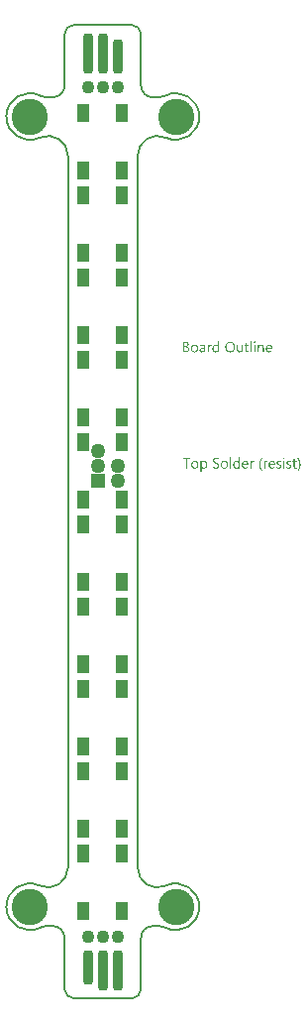
<source format=gts>
G04*
G04 #@! TF.GenerationSoftware,Altium Limited,Altium Designer,21.8.1 (53)*
G04*
G04 Layer_Color=8388736*
%FSAX25Y25*%
%MOIN*%
G70*
G04*
G04 #@! TF.SameCoordinates,E3F0FB40-B38B-4DF8-A9CB-3E72E830E8E9*
G04*
G04*
G04 #@! TF.FilePolarity,Negative*
G04*
G01*
G75*
%ADD11C,0.00787*%
%ADD13R,0.04134X0.06496*%
G04:AMPARAMS|DCode=14|XSize=35.43mil|YSize=135.83mil|CornerRadius=13.82mil|HoleSize=0mil|Usage=FLASHONLY|Rotation=0.000|XOffset=0mil|YOffset=0mil|HoleType=Round|Shape=RoundedRectangle|*
%AMROUNDEDRECTD14*
21,1,0.03543,0.10819,0,0,0.0*
21,1,0.00780,0.13583,0,0,0.0*
1,1,0.02764,0.00390,-0.05409*
1,1,0.02764,-0.00390,-0.05409*
1,1,0.02764,-0.00390,0.05409*
1,1,0.02764,0.00390,0.05409*
%
%ADD14ROUNDEDRECTD14*%
G04:AMPARAMS|DCode=15|XSize=35.43mil|YSize=116.14mil|CornerRadius=13.82mil|HoleSize=0mil|Usage=FLASHONLY|Rotation=0.000|XOffset=0mil|YOffset=0mil|HoleType=Round|Shape=RoundedRectangle|*
%AMROUNDEDRECTD15*
21,1,0.03543,0.08850,0,0,0.0*
21,1,0.00780,0.11614,0,0,0.0*
1,1,0.02764,0.00390,-0.04425*
1,1,0.02764,-0.00390,-0.04425*
1,1,0.02764,-0.00390,0.04425*
1,1,0.02764,0.00390,0.04425*
%
%ADD15ROUNDEDRECTD15*%
%ADD16R,0.04961X0.04961*%
%ADD17C,0.04961*%
%ADD18C,0.12205*%
%ADD19C,0.04331*%
%ADD20C,0.00591*%
G36*
X0051178Y0220945D02*
X0051202D01*
X0051258Y0220920D01*
X0051289Y0220901D01*
X0051320Y0220877D01*
X0051326Y0220870D01*
X0051332Y0220864D01*
X0051363Y0220827D01*
X0051388Y0220765D01*
X0051394Y0220728D01*
X0051400Y0220691D01*
Y0220685D01*
Y0220672D01*
X0051394Y0220654D01*
X0051388Y0220629D01*
X0051370Y0220567D01*
X0051345Y0220536D01*
X0051320Y0220505D01*
X0051314D01*
X0051308Y0220493D01*
X0051270Y0220468D01*
X0051215Y0220443D01*
X0051178Y0220437D01*
X0051140Y0220431D01*
X0051122D01*
X0051103Y0220437D01*
X0051078D01*
X0051017Y0220462D01*
X0050986Y0220474D01*
X0050955Y0220499D01*
Y0220505D01*
X0050942Y0220511D01*
X0050930Y0220530D01*
X0050918Y0220548D01*
X0050893Y0220610D01*
X0050887Y0220648D01*
X0050880Y0220691D01*
Y0220697D01*
Y0220709D01*
X0050887Y0220728D01*
X0050893Y0220759D01*
X0050911Y0220815D01*
X0050930Y0220846D01*
X0050955Y0220877D01*
X0050961Y0220883D01*
X0050967Y0220889D01*
X0051004Y0220914D01*
X0051066Y0220938D01*
X0051103Y0220951D01*
X0051159D01*
X0051178Y0220945D01*
D02*
G37*
G36*
X0039187Y0217280D02*
X0038785D01*
Y0217701D01*
X0038773D01*
Y0217695D01*
X0038760Y0217683D01*
X0038742Y0217658D01*
X0038723Y0217627D01*
X0038692Y0217590D01*
X0038655Y0217552D01*
X0038612Y0217509D01*
X0038562Y0217466D01*
X0038507Y0217416D01*
X0038438Y0217373D01*
X0038370Y0217336D01*
X0038290Y0217299D01*
X0038210Y0217268D01*
X0038117Y0217243D01*
X0038018Y0217231D01*
X0037912Y0217224D01*
X0037869D01*
X0037832Y0217231D01*
X0037795Y0217237D01*
X0037745Y0217243D01*
X0037640Y0217268D01*
X0037516Y0217305D01*
X0037392Y0217367D01*
X0037324Y0217404D01*
X0037269Y0217447D01*
X0037207Y0217503D01*
X0037151Y0217559D01*
Y0217565D01*
X0037139Y0217577D01*
X0037126Y0217596D01*
X0037108Y0217621D01*
X0037089Y0217652D01*
X0037064Y0217695D01*
X0037040Y0217744D01*
X0037015Y0217800D01*
X0036984Y0217862D01*
X0036959Y0217930D01*
X0036934Y0218004D01*
X0036916Y0218085D01*
X0036897Y0218172D01*
X0036885Y0218270D01*
X0036879Y0218370D01*
X0036873Y0218475D01*
Y0218481D01*
Y0218499D01*
Y0218537D01*
X0036879Y0218580D01*
X0036885Y0218630D01*
X0036891Y0218691D01*
X0036897Y0218759D01*
X0036910Y0218834D01*
X0036947Y0218995D01*
X0037003Y0219162D01*
X0037040Y0219242D01*
X0037083Y0219323D01*
X0037126Y0219397D01*
X0037182Y0219471D01*
X0037188Y0219478D01*
X0037194Y0219490D01*
X0037213Y0219509D01*
X0037238Y0219533D01*
X0037269Y0219558D01*
X0037312Y0219589D01*
X0037355Y0219626D01*
X0037405Y0219663D01*
X0037529Y0219731D01*
X0037671Y0219793D01*
X0037751Y0219812D01*
X0037838Y0219830D01*
X0037925Y0219843D01*
X0038024Y0219849D01*
X0038073D01*
X0038111Y0219843D01*
X0038148Y0219837D01*
X0038197Y0219830D01*
X0038309Y0219799D01*
X0038432Y0219750D01*
X0038494Y0219719D01*
X0038556Y0219676D01*
X0038618Y0219632D01*
X0038674Y0219577D01*
X0038723Y0219515D01*
X0038773Y0219440D01*
X0038785D01*
Y0221000D01*
X0039187D01*
Y0217280D01*
D02*
G37*
G36*
X0053456Y0219843D02*
X0053530Y0219837D01*
X0053623Y0219818D01*
X0053722Y0219787D01*
X0053827Y0219738D01*
X0053932Y0219670D01*
X0053975Y0219632D01*
X0054019Y0219583D01*
X0054031Y0219570D01*
X0054056Y0219533D01*
X0054087Y0219471D01*
X0054130Y0219385D01*
X0054167Y0219280D01*
X0054204Y0219149D01*
X0054229Y0218995D01*
X0054235Y0218815D01*
Y0217280D01*
X0053833D01*
Y0218710D01*
Y0218716D01*
Y0218747D01*
X0053827Y0218784D01*
Y0218834D01*
X0053815Y0218896D01*
X0053802Y0218964D01*
X0053784Y0219038D01*
X0053759Y0219112D01*
X0053728Y0219187D01*
X0053691Y0219255D01*
X0053641Y0219323D01*
X0053585Y0219385D01*
X0053524Y0219434D01*
X0053443Y0219471D01*
X0053356Y0219502D01*
X0053251Y0219509D01*
X0053239D01*
X0053202Y0219502D01*
X0053146Y0219496D01*
X0053078Y0219478D01*
X0052997Y0219453D01*
X0052911Y0219409D01*
X0052830Y0219354D01*
X0052750Y0219280D01*
X0052744Y0219267D01*
X0052719Y0219242D01*
X0052688Y0219193D01*
X0052651Y0219125D01*
X0052614Y0219044D01*
X0052583Y0218945D01*
X0052558Y0218834D01*
X0052552Y0218710D01*
Y0217280D01*
X0052149D01*
Y0219793D01*
X0052552D01*
Y0219372D01*
X0052564D01*
X0052570Y0219378D01*
X0052577Y0219391D01*
X0052595Y0219416D01*
X0052620Y0219447D01*
X0052645Y0219484D01*
X0052682Y0219521D01*
X0052725Y0219564D01*
X0052775Y0219614D01*
X0052830Y0219657D01*
X0052892Y0219700D01*
X0052960Y0219738D01*
X0053035Y0219775D01*
X0053109Y0219806D01*
X0053196Y0219830D01*
X0053288Y0219843D01*
X0053387Y0219849D01*
X0053425D01*
X0053456Y0219843D01*
D02*
G37*
G36*
X0036458Y0219830D02*
X0036532Y0219824D01*
X0036575Y0219812D01*
X0036606Y0219799D01*
Y0219385D01*
X0036600Y0219391D01*
X0036588Y0219397D01*
X0036563Y0219409D01*
X0036532Y0219428D01*
X0036489Y0219440D01*
X0036433Y0219453D01*
X0036371Y0219459D01*
X0036303Y0219465D01*
X0036291D01*
X0036260Y0219459D01*
X0036210Y0219453D01*
X0036154Y0219434D01*
X0036080Y0219403D01*
X0036012Y0219360D01*
X0035938Y0219298D01*
X0035870Y0219218D01*
X0035864Y0219205D01*
X0035845Y0219174D01*
X0035814Y0219119D01*
X0035783Y0219044D01*
X0035752Y0218951D01*
X0035721Y0218834D01*
X0035703Y0218704D01*
X0035696Y0218555D01*
Y0217280D01*
X0035294D01*
Y0219793D01*
X0035696D01*
Y0219273D01*
X0035709D01*
Y0219280D01*
X0035715Y0219286D01*
X0035727Y0219317D01*
X0035746Y0219366D01*
X0035777Y0219428D01*
X0035808Y0219490D01*
X0035857Y0219558D01*
X0035907Y0219626D01*
X0035969Y0219688D01*
X0035975Y0219694D01*
X0036000Y0219713D01*
X0036037Y0219738D01*
X0036086Y0219762D01*
X0036142Y0219787D01*
X0036210Y0219812D01*
X0036284Y0219830D01*
X0036365Y0219837D01*
X0036421D01*
X0036458Y0219830D01*
D02*
G37*
G36*
X0047197Y0217280D02*
X0046795D01*
Y0217676D01*
X0046783D01*
Y0217670D01*
X0046770Y0217658D01*
X0046758Y0217633D01*
X0046733Y0217608D01*
X0046677Y0217534D01*
X0046591Y0217453D01*
X0046541Y0217410D01*
X0046486Y0217367D01*
X0046424Y0217330D01*
X0046349Y0217292D01*
X0046275Y0217268D01*
X0046195Y0217243D01*
X0046102Y0217231D01*
X0046009Y0217224D01*
X0045972D01*
X0045928Y0217231D01*
X0045867Y0217243D01*
X0045799Y0217255D01*
X0045724Y0217280D01*
X0045644Y0217311D01*
X0045563Y0217361D01*
X0045477Y0217416D01*
X0045396Y0217484D01*
X0045322Y0217571D01*
X0045254Y0217676D01*
X0045192Y0217794D01*
X0045149Y0217936D01*
X0045124Y0218103D01*
X0045111Y0218190D01*
Y0218289D01*
Y0219793D01*
X0045507D01*
Y0218351D01*
Y0218345D01*
Y0218320D01*
X0045514Y0218277D01*
X0045520Y0218227D01*
X0045526Y0218165D01*
X0045538Y0218103D01*
X0045557Y0218029D01*
X0045582Y0217955D01*
X0045619Y0217881D01*
X0045656Y0217812D01*
X0045706Y0217744D01*
X0045768Y0217683D01*
X0045836Y0217633D01*
X0045916Y0217596D01*
X0046015Y0217565D01*
X0046120Y0217559D01*
X0046133D01*
X0046170Y0217565D01*
X0046226Y0217571D01*
X0046288Y0217583D01*
X0046368Y0217614D01*
X0046448Y0217652D01*
X0046529Y0217701D01*
X0046603Y0217775D01*
X0046609Y0217788D01*
X0046634Y0217812D01*
X0046665Y0217862D01*
X0046702Y0217930D01*
X0046733Y0218010D01*
X0046764Y0218110D01*
X0046789Y0218221D01*
X0046795Y0218345D01*
Y0219793D01*
X0047197D01*
Y0217280D01*
D02*
G37*
G36*
X0051332D02*
X0050930D01*
Y0219793D01*
X0051332D01*
Y0217280D01*
D02*
G37*
G36*
X0050113D02*
X0049711D01*
Y0221000D01*
X0050113D01*
Y0217280D01*
D02*
G37*
G36*
X0033734Y0219843D02*
X0033790Y0219837D01*
X0033858Y0219818D01*
X0033932Y0219799D01*
X0034013Y0219769D01*
X0034099Y0219731D01*
X0034180Y0219682D01*
X0034260Y0219620D01*
X0034335Y0219546D01*
X0034403Y0219453D01*
X0034458Y0219348D01*
X0034502Y0219224D01*
X0034527Y0219081D01*
X0034539Y0218914D01*
Y0217280D01*
X0034137D01*
Y0217670D01*
X0034124D01*
Y0217664D01*
X0034112Y0217652D01*
X0034099Y0217627D01*
X0034075Y0217602D01*
X0034013Y0217528D01*
X0033932Y0217447D01*
X0033821Y0217367D01*
X0033691Y0217292D01*
X0033610Y0217268D01*
X0033530Y0217243D01*
X0033443Y0217231D01*
X0033350Y0217224D01*
X0033313D01*
X0033288Y0217231D01*
X0033220Y0217237D01*
X0033140Y0217249D01*
X0033041Y0217274D01*
X0032948Y0217305D01*
X0032849Y0217354D01*
X0032762Y0217416D01*
X0032756Y0217429D01*
X0032731Y0217453D01*
X0032694Y0217497D01*
X0032657Y0217559D01*
X0032620Y0217633D01*
X0032583Y0217720D01*
X0032558Y0217825D01*
X0032552Y0217943D01*
Y0217949D01*
Y0217973D01*
X0032558Y0218010D01*
X0032564Y0218054D01*
X0032577Y0218110D01*
X0032595Y0218172D01*
X0032620Y0218240D01*
X0032657Y0218308D01*
X0032700Y0218382D01*
X0032756Y0218456D01*
X0032824Y0218524D01*
X0032905Y0218586D01*
X0032998Y0218648D01*
X0033109Y0218698D01*
X0033233Y0218735D01*
X0033381Y0218766D01*
X0034137Y0218871D01*
Y0218877D01*
Y0218896D01*
X0034130Y0218933D01*
Y0218970D01*
X0034118Y0219020D01*
X0034112Y0219075D01*
X0034075Y0219193D01*
X0034044Y0219249D01*
X0034013Y0219304D01*
X0033969Y0219360D01*
X0033920Y0219409D01*
X0033858Y0219453D01*
X0033790Y0219484D01*
X0033709Y0219502D01*
X0033617Y0219509D01*
X0033573D01*
X0033542Y0219502D01*
X0033499D01*
X0033456Y0219490D01*
X0033344Y0219471D01*
X0033220Y0219434D01*
X0033084Y0219378D01*
X0033010Y0219341D01*
X0032942Y0219304D01*
X0032868Y0219255D01*
X0032800Y0219199D01*
Y0219614D01*
X0032806D01*
X0032818Y0219626D01*
X0032837Y0219638D01*
X0032868Y0219651D01*
X0032899Y0219670D01*
X0032942Y0219688D01*
X0032991Y0219707D01*
X0033047Y0219731D01*
X0033171Y0219775D01*
X0033319Y0219812D01*
X0033480Y0219837D01*
X0033654Y0219849D01*
X0033691D01*
X0033734Y0219843D01*
D02*
G37*
G36*
X0028045Y0220790D02*
X0028089D01*
X0028132Y0220784D01*
X0028231Y0220771D01*
X0028349Y0220740D01*
X0028473Y0220703D01*
X0028590Y0220648D01*
X0028695Y0220573D01*
X0028702D01*
X0028708Y0220561D01*
X0028739Y0220536D01*
X0028782Y0220486D01*
X0028832Y0220418D01*
X0028875Y0220332D01*
X0028918Y0220233D01*
X0028949Y0220121D01*
X0028962Y0220059D01*
Y0219991D01*
Y0219985D01*
Y0219979D01*
Y0219942D01*
X0028956Y0219886D01*
X0028943Y0219818D01*
X0028925Y0219731D01*
X0028894Y0219645D01*
X0028856Y0219558D01*
X0028801Y0219471D01*
X0028795Y0219459D01*
X0028770Y0219434D01*
X0028733Y0219397D01*
X0028683Y0219348D01*
X0028621Y0219298D01*
X0028547Y0219242D01*
X0028454Y0219199D01*
X0028355Y0219156D01*
Y0219149D01*
X0028374D01*
X0028392Y0219143D01*
X0028411Y0219137D01*
X0028479Y0219125D01*
X0028559Y0219100D01*
X0028646Y0219063D01*
X0028739Y0219020D01*
X0028832Y0218958D01*
X0028918Y0218877D01*
X0028931Y0218865D01*
X0028956Y0218834D01*
X0028986Y0218791D01*
X0029030Y0218722D01*
X0029067Y0218636D01*
X0029104Y0218537D01*
X0029129Y0218419D01*
X0029135Y0218289D01*
Y0218283D01*
Y0218270D01*
Y0218246D01*
X0029129Y0218215D01*
X0029123Y0218178D01*
X0029116Y0218134D01*
X0029092Y0218029D01*
X0029054Y0217912D01*
X0028999Y0217788D01*
X0028962Y0217732D01*
X0028918Y0217670D01*
X0028863Y0217614D01*
X0028807Y0217559D01*
X0028801D01*
X0028795Y0217546D01*
X0028776Y0217534D01*
X0028751Y0217515D01*
X0028720Y0217497D01*
X0028677Y0217472D01*
X0028584Y0217423D01*
X0028466Y0217367D01*
X0028330Y0217323D01*
X0028169Y0217292D01*
X0028089Y0217286D01*
X0027996Y0217280D01*
X0026969D01*
Y0220796D01*
X0028015D01*
X0028045Y0220790D01*
D02*
G37*
G36*
X0048541Y0219793D02*
X0049178D01*
Y0219447D01*
X0048541D01*
Y0218029D01*
Y0218017D01*
Y0217986D01*
X0048547Y0217943D01*
X0048553Y0217887D01*
X0048578Y0217769D01*
X0048596Y0217713D01*
X0048627Y0217670D01*
X0048634Y0217664D01*
X0048646Y0217652D01*
X0048664Y0217639D01*
X0048695Y0217621D01*
X0048733Y0217596D01*
X0048782Y0217583D01*
X0048844Y0217571D01*
X0048912Y0217565D01*
X0048937D01*
X0048968Y0217571D01*
X0049005Y0217577D01*
X0049092Y0217602D01*
X0049135Y0217621D01*
X0049178Y0217645D01*
Y0217299D01*
X0049172D01*
X0049153Y0217286D01*
X0049123Y0217280D01*
X0049079Y0217268D01*
X0049024Y0217255D01*
X0048961Y0217243D01*
X0048887Y0217237D01*
X0048801Y0217231D01*
X0048770D01*
X0048739Y0217237D01*
X0048695Y0217243D01*
X0048646Y0217255D01*
X0048590Y0217268D01*
X0048534Y0217292D01*
X0048472Y0217323D01*
X0048411Y0217361D01*
X0048349Y0217410D01*
X0048293Y0217466D01*
X0048243Y0217540D01*
X0048200Y0217621D01*
X0048169Y0217720D01*
X0048145Y0217831D01*
X0048138Y0217961D01*
Y0219447D01*
X0047711D01*
Y0219793D01*
X0048138D01*
Y0220406D01*
X0048541Y0220536D01*
Y0219793D01*
D02*
G37*
G36*
X0056068Y0219843D02*
X0056111Y0219837D01*
X0056154Y0219830D01*
X0056266Y0219812D01*
X0056389Y0219769D01*
X0056513Y0219713D01*
X0056575Y0219676D01*
X0056637Y0219632D01*
X0056693Y0219583D01*
X0056749Y0219527D01*
X0056755Y0219521D01*
X0056761Y0219515D01*
X0056773Y0219496D01*
X0056792Y0219471D01*
X0056810Y0219434D01*
X0056835Y0219397D01*
X0056860Y0219354D01*
X0056885Y0219298D01*
X0056910Y0219236D01*
X0056934Y0219174D01*
X0056959Y0219100D01*
X0056978Y0219020D01*
X0056996Y0218933D01*
X0057009Y0218846D01*
X0057021Y0218747D01*
Y0218642D01*
Y0218431D01*
X0055244D01*
Y0218425D01*
Y0218413D01*
Y0218394D01*
X0055251Y0218363D01*
X0055257Y0218326D01*
Y0218289D01*
X0055275Y0218190D01*
X0055306Y0218091D01*
X0055343Y0217980D01*
X0055399Y0217874D01*
X0055467Y0217781D01*
X0055480Y0217769D01*
X0055504Y0217744D01*
X0055554Y0217713D01*
X0055622Y0217670D01*
X0055709Y0217627D01*
X0055808Y0217596D01*
X0055925Y0217571D01*
X0056062Y0217559D01*
X0056105D01*
X0056136Y0217565D01*
X0056173D01*
X0056216Y0217571D01*
X0056322Y0217596D01*
X0056439Y0217627D01*
X0056569Y0217676D01*
X0056705Y0217744D01*
X0056773Y0217788D01*
X0056841Y0217837D01*
Y0217460D01*
X0056835D01*
X0056829Y0217447D01*
X0056810Y0217441D01*
X0056779Y0217423D01*
X0056749Y0217404D01*
X0056711Y0217385D01*
X0056662Y0217367D01*
X0056612Y0217342D01*
X0056551Y0217317D01*
X0056482Y0217299D01*
X0056334Y0217262D01*
X0056160Y0217237D01*
X0055969Y0217224D01*
X0055919D01*
X0055882Y0217231D01*
X0055839Y0217237D01*
X0055783Y0217243D01*
X0055665Y0217268D01*
X0055529Y0217305D01*
X0055393Y0217367D01*
X0055325Y0217410D01*
X0055257Y0217453D01*
X0055195Y0217503D01*
X0055133Y0217565D01*
X0055127Y0217571D01*
X0055121Y0217583D01*
X0055108Y0217602D01*
X0055084Y0217627D01*
X0055065Y0217664D01*
X0055040Y0217707D01*
X0055009Y0217757D01*
X0054984Y0217812D01*
X0054953Y0217874D01*
X0054929Y0217949D01*
X0054898Y0218029D01*
X0054879Y0218116D01*
X0054861Y0218209D01*
X0054842Y0218308D01*
X0054836Y0218413D01*
X0054830Y0218524D01*
Y0218531D01*
Y0218549D01*
Y0218580D01*
X0054836Y0218623D01*
X0054842Y0218673D01*
X0054848Y0218729D01*
X0054854Y0218797D01*
X0054873Y0218865D01*
X0054910Y0219013D01*
X0054966Y0219174D01*
X0055003Y0219255D01*
X0055053Y0219329D01*
X0055102Y0219409D01*
X0055158Y0219478D01*
X0055164Y0219484D01*
X0055176Y0219496D01*
X0055195Y0219515D01*
X0055220Y0219533D01*
X0055251Y0219564D01*
X0055288Y0219595D01*
X0055337Y0219626D01*
X0055387Y0219663D01*
X0055504Y0219731D01*
X0055647Y0219793D01*
X0055727Y0219812D01*
X0055808Y0219830D01*
X0055894Y0219843D01*
X0055987Y0219849D01*
X0056037D01*
X0056068Y0219843D01*
D02*
G37*
G36*
X0043025Y0220852D02*
X0043087Y0220846D01*
X0043161Y0220833D01*
X0043242Y0220815D01*
X0043329Y0220796D01*
X0043415Y0220771D01*
X0043514Y0220740D01*
X0043607Y0220697D01*
X0043706Y0220648D01*
X0043805Y0220592D01*
X0043898Y0220524D01*
X0043991Y0220449D01*
X0044078Y0220363D01*
X0044084Y0220357D01*
X0044096Y0220338D01*
X0044121Y0220313D01*
X0044146Y0220276D01*
X0044183Y0220227D01*
X0044220Y0220165D01*
X0044257Y0220097D01*
X0044300Y0220022D01*
X0044344Y0219929D01*
X0044381Y0219837D01*
X0044418Y0219731D01*
X0044455Y0219614D01*
X0044480Y0219496D01*
X0044505Y0219366D01*
X0044517Y0219224D01*
X0044523Y0219081D01*
Y0219069D01*
Y0219044D01*
Y0219001D01*
X0044517Y0218939D01*
X0044511Y0218865D01*
X0044499Y0218784D01*
X0044486Y0218691D01*
X0044468Y0218586D01*
X0044443Y0218481D01*
X0044412Y0218370D01*
X0044375Y0218258D01*
X0044331Y0218147D01*
X0044276Y0218029D01*
X0044214Y0217924D01*
X0044146Y0217819D01*
X0044065Y0217720D01*
X0044059Y0217713D01*
X0044047Y0217701D01*
X0044016Y0217676D01*
X0043985Y0217645D01*
X0043935Y0217602D01*
X0043880Y0217565D01*
X0043818Y0217515D01*
X0043743Y0217472D01*
X0043663Y0217429D01*
X0043570Y0217379D01*
X0043471Y0217342D01*
X0043360Y0217305D01*
X0043242Y0217268D01*
X0043118Y0217243D01*
X0042988Y0217231D01*
X0042846Y0217224D01*
X0042815D01*
X0042772Y0217231D01*
X0042722D01*
X0042660Y0217237D01*
X0042586Y0217249D01*
X0042505Y0217268D01*
X0042412Y0217286D01*
X0042320Y0217311D01*
X0042221Y0217342D01*
X0042122Y0217385D01*
X0042023Y0217429D01*
X0041923Y0217484D01*
X0041824Y0217552D01*
X0041732Y0217627D01*
X0041645Y0217713D01*
X0041639Y0217720D01*
X0041626Y0217738D01*
X0041602Y0217763D01*
X0041577Y0217800D01*
X0041540Y0217850D01*
X0041503Y0217912D01*
X0041465Y0217980D01*
X0041422Y0218060D01*
X0041379Y0218147D01*
X0041342Y0218240D01*
X0041304Y0218345D01*
X0041267Y0218462D01*
X0041243Y0218580D01*
X0041218Y0218710D01*
X0041205Y0218852D01*
X0041199Y0218995D01*
Y0219007D01*
Y0219032D01*
X0041205Y0219075D01*
Y0219137D01*
X0041212Y0219205D01*
X0041224Y0219292D01*
X0041236Y0219385D01*
X0041255Y0219484D01*
X0041280Y0219589D01*
X0041311Y0219700D01*
X0041348Y0219812D01*
X0041391Y0219923D01*
X0041447Y0220035D01*
X0041509Y0220146D01*
X0041577Y0220251D01*
X0041657Y0220350D01*
X0041664Y0220357D01*
X0041676Y0220375D01*
X0041707Y0220400D01*
X0041744Y0220431D01*
X0041787Y0220468D01*
X0041843Y0220511D01*
X0041911Y0220555D01*
X0041985Y0220604D01*
X0042072Y0220654D01*
X0042165Y0220697D01*
X0042264Y0220740D01*
X0042375Y0220778D01*
X0042499Y0220808D01*
X0042629Y0220839D01*
X0042765Y0220852D01*
X0042908Y0220858D01*
X0042976D01*
X0043025Y0220852D01*
D02*
G37*
G36*
X0030998Y0219843D02*
X0031041Y0219837D01*
X0031097Y0219830D01*
X0031221Y0219806D01*
X0031363Y0219762D01*
X0031506Y0219700D01*
X0031580Y0219663D01*
X0031648Y0219620D01*
X0031716Y0219564D01*
X0031778Y0219502D01*
X0031784Y0219496D01*
X0031791Y0219484D01*
X0031809Y0219465D01*
X0031828Y0219440D01*
X0031852Y0219403D01*
X0031877Y0219360D01*
X0031908Y0219310D01*
X0031939Y0219255D01*
X0031964Y0219187D01*
X0031995Y0219119D01*
X0032019Y0219038D01*
X0032044Y0218951D01*
X0032063Y0218859D01*
X0032081Y0218759D01*
X0032088Y0218654D01*
X0032094Y0218543D01*
Y0218537D01*
Y0218518D01*
Y0218487D01*
X0032088Y0218444D01*
X0032081Y0218394D01*
X0032075Y0218332D01*
X0032063Y0218270D01*
X0032050Y0218196D01*
X0032013Y0218048D01*
X0031951Y0217887D01*
X0031914Y0217806D01*
X0031865Y0217726D01*
X0031815Y0217652D01*
X0031753Y0217583D01*
X0031747Y0217577D01*
X0031735Y0217571D01*
X0031716Y0217552D01*
X0031691Y0217528D01*
X0031654Y0217503D01*
X0031617Y0217472D01*
X0031568Y0217435D01*
X0031512Y0217404D01*
X0031450Y0217373D01*
X0031382Y0217336D01*
X0031308Y0217305D01*
X0031227Y0217280D01*
X0031141Y0217255D01*
X0031048Y0217243D01*
X0030949Y0217231D01*
X0030843Y0217224D01*
X0030788D01*
X0030751Y0217231D01*
X0030707Y0217237D01*
X0030652Y0217243D01*
X0030590Y0217255D01*
X0030522Y0217268D01*
X0030379Y0217311D01*
X0030231Y0217373D01*
X0030156Y0217410D01*
X0030088Y0217460D01*
X0030020Y0217509D01*
X0029952Y0217571D01*
X0029946Y0217577D01*
X0029940Y0217590D01*
X0029921Y0217608D01*
X0029902Y0217633D01*
X0029878Y0217670D01*
X0029847Y0217713D01*
X0029816Y0217763D01*
X0029791Y0217819D01*
X0029760Y0217887D01*
X0029729Y0217955D01*
X0029698Y0218029D01*
X0029673Y0218116D01*
X0029636Y0218302D01*
X0029630Y0218401D01*
X0029624Y0218506D01*
Y0218512D01*
Y0218537D01*
Y0218568D01*
X0029630Y0218611D01*
X0029636Y0218660D01*
X0029643Y0218722D01*
X0029655Y0218791D01*
X0029667Y0218865D01*
X0029704Y0219026D01*
X0029766Y0219187D01*
X0029810Y0219267D01*
X0029853Y0219348D01*
X0029902Y0219422D01*
X0029964Y0219490D01*
X0029971Y0219496D01*
X0029983Y0219509D01*
X0030002Y0219521D01*
X0030026Y0219546D01*
X0030064Y0219570D01*
X0030107Y0219601D01*
X0030156Y0219638D01*
X0030212Y0219670D01*
X0030274Y0219700D01*
X0030348Y0219738D01*
X0030422Y0219769D01*
X0030509Y0219793D01*
X0030596Y0219818D01*
X0030695Y0219837D01*
X0030800Y0219843D01*
X0030905Y0219849D01*
X0030961D01*
X0030998Y0219843D01*
D02*
G37*
G36*
X0060995Y0181883D02*
X0061020D01*
X0061075Y0181858D01*
X0061106Y0181839D01*
X0061137Y0181815D01*
X0061143Y0181808D01*
X0061150Y0181802D01*
X0061181Y0181765D01*
X0061205Y0181703D01*
X0061212Y0181666D01*
X0061218Y0181629D01*
Y0181623D01*
Y0181610D01*
X0061212Y0181592D01*
X0061205Y0181567D01*
X0061187Y0181505D01*
X0061162Y0181474D01*
X0061137Y0181443D01*
X0061131D01*
X0061125Y0181431D01*
X0061088Y0181406D01*
X0061032Y0181381D01*
X0060995Y0181375D01*
X0060958Y0181369D01*
X0060939D01*
X0060921Y0181375D01*
X0060896D01*
X0060834Y0181400D01*
X0060803Y0181412D01*
X0060772Y0181437D01*
Y0181443D01*
X0060760Y0181449D01*
X0060747Y0181468D01*
X0060735Y0181487D01*
X0060710Y0181549D01*
X0060704Y0181586D01*
X0060698Y0181629D01*
Y0181635D01*
Y0181648D01*
X0060704Y0181666D01*
X0060710Y0181697D01*
X0060729Y0181753D01*
X0060747Y0181784D01*
X0060772Y0181815D01*
X0060778Y0181821D01*
X0060785Y0181827D01*
X0060822Y0181852D01*
X0060883Y0181877D01*
X0060921Y0181889D01*
X0060976D01*
X0060995Y0181883D01*
D02*
G37*
G36*
X0038426Y0181790D02*
X0038476D01*
X0038587Y0181778D01*
X0038711Y0181765D01*
X0038835Y0181740D01*
X0038952Y0181709D01*
X0039002Y0181691D01*
X0039051Y0181666D01*
Y0181202D01*
X0039045D01*
X0039039Y0181214D01*
X0039020Y0181220D01*
X0038996Y0181239D01*
X0038965Y0181251D01*
X0038928Y0181270D01*
X0038835Y0181313D01*
X0038723Y0181350D01*
X0038587Y0181388D01*
X0038426Y0181412D01*
X0038253Y0181419D01*
X0038203D01*
X0038166Y0181412D01*
X0038129D01*
X0038080Y0181406D01*
X0037980Y0181388D01*
X0037974D01*
X0037956Y0181381D01*
X0037931Y0181375D01*
X0037900Y0181369D01*
X0037826Y0181338D01*
X0037739Y0181301D01*
X0037733D01*
X0037721Y0181289D01*
X0037702Y0181276D01*
X0037677Y0181258D01*
X0037622Y0181202D01*
X0037566Y0181134D01*
Y0181128D01*
X0037553Y0181115D01*
X0037547Y0181097D01*
X0037535Y0181066D01*
X0037522Y0181028D01*
X0037516Y0180991D01*
X0037504Y0180892D01*
Y0180886D01*
Y0180868D01*
Y0180843D01*
X0037510Y0180812D01*
X0037522Y0180738D01*
X0037553Y0180657D01*
Y0180651D01*
X0037566Y0180639D01*
X0037572Y0180620D01*
X0037591Y0180595D01*
X0037640Y0180540D01*
X0037702Y0180478D01*
X0037708Y0180471D01*
X0037721Y0180465D01*
X0037739Y0180447D01*
X0037770Y0180428D01*
X0037807Y0180403D01*
X0037844Y0180379D01*
X0037943Y0180317D01*
X0037949Y0180310D01*
X0037968Y0180304D01*
X0037999Y0180286D01*
X0038036Y0180267D01*
X0038086Y0180242D01*
X0038141Y0180218D01*
X0038265Y0180156D01*
X0038271Y0180149D01*
X0038296Y0180137D01*
X0038333Y0180119D01*
X0038383Y0180094D01*
X0038438Y0180069D01*
X0038500Y0180032D01*
X0038624Y0179958D01*
X0038630Y0179952D01*
X0038655Y0179939D01*
X0038686Y0179920D01*
X0038730Y0179890D01*
X0038822Y0179815D01*
X0038921Y0179729D01*
X0038928Y0179722D01*
X0038946Y0179710D01*
X0038965Y0179679D01*
X0038996Y0179648D01*
X0039027Y0179605D01*
X0039064Y0179561D01*
X0039126Y0179450D01*
X0039132Y0179444D01*
X0039138Y0179425D01*
X0039150Y0179394D01*
X0039163Y0179351D01*
X0039175Y0179302D01*
X0039187Y0179240D01*
X0039200Y0179178D01*
Y0179103D01*
Y0179091D01*
Y0179060D01*
X0039194Y0179011D01*
X0039187Y0178949D01*
X0039175Y0178881D01*
X0039157Y0178806D01*
X0039132Y0178732D01*
X0039095Y0178664D01*
X0039088Y0178658D01*
X0039076Y0178633D01*
X0039051Y0178602D01*
X0039027Y0178559D01*
X0038983Y0178515D01*
X0038940Y0178466D01*
X0038884Y0178416D01*
X0038822Y0178367D01*
X0038816Y0178361D01*
X0038791Y0178348D01*
X0038754Y0178330D01*
X0038705Y0178305D01*
X0038649Y0178280D01*
X0038581Y0178255D01*
X0038500Y0178231D01*
X0038420Y0178212D01*
X0038408D01*
X0038383Y0178206D01*
X0038339Y0178200D01*
X0038278Y0178187D01*
X0038210Y0178181D01*
X0038129Y0178169D01*
X0038042Y0178163D01*
X0037894D01*
X0037826Y0178169D01*
X0037739Y0178175D01*
X0037721D01*
X0037696Y0178181D01*
X0037665Y0178187D01*
X0037584Y0178193D01*
X0037492Y0178212D01*
X0037485D01*
X0037467Y0178218D01*
X0037442Y0178225D01*
X0037411Y0178231D01*
X0037337Y0178249D01*
X0037250Y0178274D01*
X0037244D01*
X0037231Y0178280D01*
X0037213Y0178286D01*
X0037188Y0178299D01*
X0037126Y0178323D01*
X0037064Y0178361D01*
Y0178843D01*
X0037071Y0178837D01*
X0037083Y0178831D01*
X0037095Y0178819D01*
X0037120Y0178800D01*
X0037188Y0178757D01*
X0037269Y0178707D01*
X0037275D01*
X0037287Y0178701D01*
X0037312Y0178689D01*
X0037343Y0178676D01*
X0037423Y0178639D01*
X0037510Y0178608D01*
X0037516D01*
X0037535Y0178602D01*
X0037560Y0178596D01*
X0037591Y0178590D01*
X0037677Y0178565D01*
X0037770Y0178546D01*
X0037795D01*
X0037819Y0178540D01*
X0037850D01*
X0037925Y0178534D01*
X0038011Y0178528D01*
X0038073D01*
X0038141Y0178534D01*
X0038228Y0178546D01*
X0038321Y0178559D01*
X0038414Y0178584D01*
X0038500Y0178621D01*
X0038581Y0178664D01*
X0038587Y0178670D01*
X0038612Y0178689D01*
X0038643Y0178726D01*
X0038674Y0178769D01*
X0038711Y0178825D01*
X0038736Y0178899D01*
X0038760Y0178980D01*
X0038767Y0179072D01*
Y0179079D01*
Y0179097D01*
Y0179122D01*
X0038760Y0179159D01*
X0038742Y0179240D01*
X0038705Y0179320D01*
Y0179326D01*
X0038692Y0179339D01*
X0038680Y0179357D01*
X0038661Y0179382D01*
X0038606Y0179444D01*
X0038531Y0179512D01*
X0038525Y0179518D01*
X0038513Y0179531D01*
X0038488Y0179543D01*
X0038457Y0179568D01*
X0038420Y0179593D01*
X0038377Y0179623D01*
X0038271Y0179679D01*
X0038265Y0179685D01*
X0038247Y0179692D01*
X0038216Y0179710D01*
X0038172Y0179729D01*
X0038129Y0179760D01*
X0038073Y0179784D01*
X0037943Y0179852D01*
X0037937Y0179859D01*
X0037912Y0179871D01*
X0037875Y0179890D01*
X0037832Y0179908D01*
X0037782Y0179939D01*
X0037727Y0179970D01*
X0037603Y0180038D01*
X0037597Y0180044D01*
X0037578Y0180057D01*
X0037547Y0180075D01*
X0037510Y0180100D01*
X0037417Y0180168D01*
X0037324Y0180249D01*
X0037318Y0180255D01*
X0037306Y0180267D01*
X0037281Y0180292D01*
X0037256Y0180323D01*
X0037225Y0180366D01*
X0037194Y0180410D01*
X0037139Y0180509D01*
Y0180515D01*
X0037126Y0180533D01*
X0037120Y0180564D01*
X0037108Y0180608D01*
X0037095Y0180657D01*
X0037083Y0180719D01*
X0037077Y0180781D01*
X0037071Y0180855D01*
Y0180868D01*
Y0180898D01*
X0037077Y0180942D01*
X0037083Y0180998D01*
X0037095Y0181066D01*
X0037114Y0181134D01*
X0037139Y0181202D01*
X0037176Y0181270D01*
X0037182Y0181276D01*
X0037194Y0181301D01*
X0037219Y0181332D01*
X0037250Y0181375D01*
X0037287Y0181419D01*
X0037337Y0181468D01*
X0037392Y0181518D01*
X0037454Y0181561D01*
X0037461Y0181567D01*
X0037485Y0181579D01*
X0037522Y0181604D01*
X0037566Y0181629D01*
X0037628Y0181654D01*
X0037690Y0181685D01*
X0037764Y0181709D01*
X0037844Y0181734D01*
X0037857D01*
X0037881Y0181747D01*
X0037925Y0181753D01*
X0037987Y0181765D01*
X0038055Y0181778D01*
X0038129Y0181784D01*
X0038296Y0181796D01*
X0038383D01*
X0038426Y0181790D01*
D02*
G37*
G36*
X0046158Y0178218D02*
X0045755D01*
Y0178639D01*
X0045743D01*
Y0178633D01*
X0045730Y0178621D01*
X0045712Y0178596D01*
X0045693Y0178565D01*
X0045662Y0178528D01*
X0045625Y0178491D01*
X0045582Y0178447D01*
X0045532Y0178404D01*
X0045477Y0178354D01*
X0045408Y0178311D01*
X0045340Y0178274D01*
X0045260Y0178237D01*
X0045180Y0178206D01*
X0045087Y0178181D01*
X0044988Y0178169D01*
X0044882Y0178163D01*
X0044839D01*
X0044802Y0178169D01*
X0044765Y0178175D01*
X0044715Y0178181D01*
X0044610Y0178206D01*
X0044486Y0178243D01*
X0044362Y0178305D01*
X0044294Y0178342D01*
X0044239Y0178385D01*
X0044177Y0178441D01*
X0044121Y0178497D01*
Y0178503D01*
X0044109Y0178515D01*
X0044096Y0178534D01*
X0044078Y0178559D01*
X0044059Y0178590D01*
X0044034Y0178633D01*
X0044010Y0178682D01*
X0043985Y0178738D01*
X0043954Y0178800D01*
X0043929Y0178868D01*
X0043904Y0178943D01*
X0043886Y0179023D01*
X0043867Y0179110D01*
X0043855Y0179209D01*
X0043849Y0179308D01*
X0043842Y0179413D01*
Y0179419D01*
Y0179438D01*
Y0179475D01*
X0043849Y0179518D01*
X0043855Y0179568D01*
X0043861Y0179630D01*
X0043867Y0179698D01*
X0043880Y0179772D01*
X0043917Y0179933D01*
X0043972Y0180100D01*
X0044010Y0180181D01*
X0044053Y0180261D01*
X0044096Y0180335D01*
X0044152Y0180410D01*
X0044158Y0180416D01*
X0044164Y0180428D01*
X0044183Y0180447D01*
X0044208Y0180471D01*
X0044239Y0180496D01*
X0044282Y0180527D01*
X0044325Y0180564D01*
X0044375Y0180601D01*
X0044499Y0180669D01*
X0044641Y0180731D01*
X0044721Y0180750D01*
X0044808Y0180769D01*
X0044895Y0180781D01*
X0044994Y0180787D01*
X0045043D01*
X0045080Y0180781D01*
X0045118Y0180775D01*
X0045167Y0180769D01*
X0045278Y0180738D01*
X0045402Y0180688D01*
X0045464Y0180657D01*
X0045526Y0180614D01*
X0045588Y0180570D01*
X0045644Y0180515D01*
X0045693Y0180453D01*
X0045743Y0180379D01*
X0045755D01*
Y0181939D01*
X0046158D01*
Y0178218D01*
D02*
G37*
G36*
X0034211Y0180781D02*
X0034254Y0180775D01*
X0034297Y0180769D01*
X0034409Y0180744D01*
X0034533Y0180707D01*
X0034657Y0180645D01*
X0034718Y0180608D01*
X0034780Y0180558D01*
X0034836Y0180509D01*
X0034892Y0180447D01*
X0034898Y0180440D01*
X0034904Y0180434D01*
X0034916Y0180410D01*
X0034935Y0180385D01*
X0034954Y0180354D01*
X0034978Y0180310D01*
X0035003Y0180261D01*
X0035028Y0180211D01*
X0035053Y0180149D01*
X0035077Y0180081D01*
X0035102Y0180007D01*
X0035121Y0179927D01*
X0035152Y0179747D01*
X0035164Y0179648D01*
Y0179543D01*
Y0179537D01*
Y0179518D01*
Y0179481D01*
X0035158Y0179438D01*
Y0179388D01*
X0035146Y0179326D01*
X0035139Y0179258D01*
X0035127Y0179184D01*
X0035090Y0179023D01*
X0035034Y0178856D01*
X0034997Y0178775D01*
X0034960Y0178695D01*
X0034910Y0178614D01*
X0034855Y0178540D01*
X0034848Y0178534D01*
X0034842Y0178522D01*
X0034824Y0178503D01*
X0034799Y0178484D01*
X0034768Y0178454D01*
X0034731Y0178422D01*
X0034687Y0178385D01*
X0034638Y0178354D01*
X0034582Y0178317D01*
X0034520Y0178280D01*
X0034372Y0178225D01*
X0034291Y0178200D01*
X0034211Y0178181D01*
X0034118Y0178169D01*
X0034019Y0178163D01*
X0033969D01*
X0033938Y0178169D01*
X0033895Y0178175D01*
X0033852Y0178187D01*
X0033740Y0178212D01*
X0033623Y0178262D01*
X0033555Y0178299D01*
X0033493Y0178336D01*
X0033431Y0178385D01*
X0033375Y0178441D01*
X0033313Y0178503D01*
X0033264Y0178577D01*
X0033251D01*
Y0177067D01*
X0032849D01*
Y0180731D01*
X0033251D01*
Y0180286D01*
X0033264D01*
X0033270Y0180292D01*
X0033276Y0180310D01*
X0033295Y0180335D01*
X0033319Y0180366D01*
X0033350Y0180403D01*
X0033388Y0180447D01*
X0033431Y0180490D01*
X0033487Y0180540D01*
X0033542Y0180583D01*
X0033604Y0180626D01*
X0033678Y0180669D01*
X0033753Y0180707D01*
X0033839Y0180744D01*
X0033932Y0180769D01*
X0034025Y0180781D01*
X0034130Y0180787D01*
X0034180D01*
X0034211Y0180781D01*
D02*
G37*
G36*
X0062901D02*
X0062982Y0180775D01*
X0063069Y0180762D01*
X0063168Y0180738D01*
X0063267Y0180713D01*
X0063366Y0180676D01*
Y0180267D01*
X0063353Y0180273D01*
X0063316Y0180298D01*
X0063261Y0180323D01*
X0063186Y0180360D01*
X0063093Y0180391D01*
X0062982Y0180422D01*
X0062858Y0180440D01*
X0062728Y0180447D01*
X0062660D01*
X0062598Y0180434D01*
X0062524Y0180422D01*
X0062518D01*
X0062511Y0180416D01*
X0062474Y0180403D01*
X0062425Y0180379D01*
X0062369Y0180348D01*
X0062357Y0180341D01*
X0062332Y0180317D01*
X0062301Y0180280D01*
X0062270Y0180236D01*
X0062264Y0180224D01*
X0062252Y0180193D01*
X0062239Y0180149D01*
X0062233Y0180094D01*
Y0180088D01*
Y0180075D01*
Y0180057D01*
X0062239Y0180038D01*
X0062252Y0179982D01*
X0062270Y0179927D01*
X0062276Y0179914D01*
X0062295Y0179890D01*
X0062332Y0179852D01*
X0062375Y0179809D01*
X0062382D01*
X0062388Y0179803D01*
X0062425Y0179778D01*
X0062474Y0179747D01*
X0062542Y0179716D01*
X0062549D01*
X0062561Y0179710D01*
X0062580Y0179704D01*
X0062611Y0179692D01*
X0062679Y0179667D01*
X0062765Y0179630D01*
X0062771D01*
X0062796Y0179617D01*
X0062827Y0179605D01*
X0062864Y0179593D01*
X0062963Y0179549D01*
X0063062Y0179500D01*
X0063069D01*
X0063087Y0179487D01*
X0063112Y0179475D01*
X0063143Y0179456D01*
X0063217Y0179407D01*
X0063291Y0179345D01*
X0063298Y0179339D01*
X0063310Y0179332D01*
X0063322Y0179314D01*
X0063347Y0179289D01*
X0063390Y0179227D01*
X0063434Y0179147D01*
Y0179141D01*
X0063440Y0179128D01*
X0063452Y0179103D01*
X0063459Y0179072D01*
X0063471Y0179035D01*
X0063477Y0178992D01*
X0063483Y0178887D01*
Y0178881D01*
Y0178856D01*
X0063477Y0178819D01*
X0063471Y0178775D01*
X0063465Y0178726D01*
X0063446Y0178670D01*
X0063428Y0178621D01*
X0063397Y0178565D01*
X0063390Y0178559D01*
X0063384Y0178540D01*
X0063366Y0178515D01*
X0063341Y0178484D01*
X0063310Y0178447D01*
X0063273Y0178410D01*
X0063180Y0178336D01*
X0063174Y0178330D01*
X0063155Y0178323D01*
X0063130Y0178305D01*
X0063087Y0178286D01*
X0063044Y0178262D01*
X0062988Y0178243D01*
X0062932Y0178225D01*
X0062864Y0178206D01*
X0062858D01*
X0062833Y0178200D01*
X0062796Y0178193D01*
X0062753Y0178187D01*
X0062691Y0178175D01*
X0062629Y0178169D01*
X0062487Y0178163D01*
X0062425D01*
X0062350Y0178169D01*
X0062258Y0178181D01*
X0062152Y0178200D01*
X0062041Y0178225D01*
X0061930Y0178255D01*
X0061818Y0178305D01*
Y0178738D01*
X0061824D01*
X0061831Y0178726D01*
X0061849Y0178714D01*
X0061874Y0178701D01*
X0061942Y0178664D01*
X0062035Y0178621D01*
X0062140Y0178571D01*
X0062264Y0178534D01*
X0062400Y0178509D01*
X0062542Y0178497D01*
X0062592D01*
X0062623Y0178503D01*
X0062709Y0178515D01*
X0062809Y0178540D01*
X0062901Y0178584D01*
X0062945Y0178614D01*
X0062988Y0178645D01*
X0063019Y0178689D01*
X0063044Y0178732D01*
X0063062Y0178788D01*
X0063069Y0178850D01*
Y0178856D01*
Y0178868D01*
Y0178887D01*
X0063062Y0178905D01*
X0063050Y0178961D01*
X0063025Y0179017D01*
Y0179023D01*
X0063019Y0179029D01*
X0062994Y0179060D01*
X0062957Y0179103D01*
X0062901Y0179141D01*
X0062895D01*
X0062889Y0179153D01*
X0062852Y0179172D01*
X0062796Y0179209D01*
X0062722Y0179240D01*
X0062716D01*
X0062703Y0179246D01*
X0062685Y0179258D01*
X0062654Y0179271D01*
X0062586Y0179295D01*
X0062499Y0179332D01*
X0062493D01*
X0062468Y0179345D01*
X0062437Y0179357D01*
X0062400Y0179370D01*
X0062301Y0179413D01*
X0062202Y0179463D01*
X0062196Y0179469D01*
X0062183Y0179475D01*
X0062159Y0179487D01*
X0062128Y0179506D01*
X0062060Y0179555D01*
X0061992Y0179611D01*
X0061985Y0179617D01*
X0061979Y0179623D01*
X0061961Y0179642D01*
X0061942Y0179667D01*
X0061899Y0179729D01*
X0061861Y0179803D01*
Y0179809D01*
X0061855Y0179822D01*
X0061849Y0179846D01*
X0061843Y0179877D01*
X0061837Y0179914D01*
X0061831Y0179958D01*
X0061824Y0180063D01*
Y0180069D01*
Y0180094D01*
X0061831Y0180125D01*
X0061837Y0180168D01*
X0061843Y0180218D01*
X0061861Y0180267D01*
X0061880Y0180323D01*
X0061905Y0180372D01*
X0061911Y0180379D01*
X0061917Y0180397D01*
X0061936Y0180422D01*
X0061961Y0180453D01*
X0062029Y0180527D01*
X0062115Y0180601D01*
X0062121Y0180608D01*
X0062140Y0180614D01*
X0062165Y0180632D01*
X0062208Y0180651D01*
X0062252Y0180676D01*
X0062301Y0180701D01*
X0062425Y0180738D01*
X0062431D01*
X0062456Y0180744D01*
X0062487Y0180756D01*
X0062536Y0180762D01*
X0062586Y0180775D01*
X0062648Y0180781D01*
X0062784Y0180787D01*
X0062840D01*
X0062901Y0180781D01*
D02*
G37*
G36*
X0059547D02*
X0059627Y0180775D01*
X0059714Y0180762D01*
X0059813Y0180738D01*
X0059912Y0180713D01*
X0060011Y0180676D01*
Y0180267D01*
X0059998Y0180273D01*
X0059961Y0180298D01*
X0059905Y0180323D01*
X0059831Y0180360D01*
X0059738Y0180391D01*
X0059627Y0180422D01*
X0059503Y0180440D01*
X0059373Y0180447D01*
X0059305D01*
X0059243Y0180434D01*
X0059169Y0180422D01*
X0059163D01*
X0059157Y0180416D01*
X0059119Y0180403D01*
X0059070Y0180379D01*
X0059014Y0180348D01*
X0059002Y0180341D01*
X0058977Y0180317D01*
X0058946Y0180280D01*
X0058915Y0180236D01*
X0058909Y0180224D01*
X0058896Y0180193D01*
X0058884Y0180149D01*
X0058878Y0180094D01*
Y0180088D01*
Y0180075D01*
Y0180057D01*
X0058884Y0180038D01*
X0058896Y0179982D01*
X0058915Y0179927D01*
X0058921Y0179914D01*
X0058940Y0179890D01*
X0058977Y0179852D01*
X0059020Y0179809D01*
X0059026D01*
X0059033Y0179803D01*
X0059070Y0179778D01*
X0059119Y0179747D01*
X0059187Y0179716D01*
X0059194D01*
X0059206Y0179710D01*
X0059225Y0179704D01*
X0059255Y0179692D01*
X0059324Y0179667D01*
X0059410Y0179630D01*
X0059417D01*
X0059441Y0179617D01*
X0059472Y0179605D01*
X0059509Y0179593D01*
X0059608Y0179549D01*
X0059707Y0179500D01*
X0059714D01*
X0059732Y0179487D01*
X0059757Y0179475D01*
X0059788Y0179456D01*
X0059862Y0179407D01*
X0059936Y0179345D01*
X0059943Y0179339D01*
X0059955Y0179332D01*
X0059967Y0179314D01*
X0059992Y0179289D01*
X0060036Y0179227D01*
X0060079Y0179147D01*
Y0179141D01*
X0060085Y0179128D01*
X0060097Y0179103D01*
X0060103Y0179072D01*
X0060116Y0179035D01*
X0060122Y0178992D01*
X0060128Y0178887D01*
Y0178881D01*
Y0178856D01*
X0060122Y0178819D01*
X0060116Y0178775D01*
X0060110Y0178726D01*
X0060091Y0178670D01*
X0060073Y0178621D01*
X0060042Y0178565D01*
X0060036Y0178559D01*
X0060029Y0178540D01*
X0060011Y0178515D01*
X0059986Y0178484D01*
X0059955Y0178447D01*
X0059918Y0178410D01*
X0059825Y0178336D01*
X0059819Y0178330D01*
X0059800Y0178323D01*
X0059776Y0178305D01*
X0059732Y0178286D01*
X0059689Y0178262D01*
X0059633Y0178243D01*
X0059577Y0178225D01*
X0059509Y0178206D01*
X0059503D01*
X0059478Y0178200D01*
X0059441Y0178193D01*
X0059398Y0178187D01*
X0059336Y0178175D01*
X0059274Y0178169D01*
X0059132Y0178163D01*
X0059070D01*
X0058995Y0178169D01*
X0058903Y0178181D01*
X0058798Y0178200D01*
X0058686Y0178225D01*
X0058575Y0178255D01*
X0058463Y0178305D01*
Y0178738D01*
X0058469D01*
X0058476Y0178726D01*
X0058494Y0178714D01*
X0058519Y0178701D01*
X0058587Y0178664D01*
X0058680Y0178621D01*
X0058785Y0178571D01*
X0058909Y0178534D01*
X0059045Y0178509D01*
X0059187Y0178497D01*
X0059237D01*
X0059268Y0178503D01*
X0059355Y0178515D01*
X0059454Y0178540D01*
X0059547Y0178584D01*
X0059590Y0178614D01*
X0059633Y0178645D01*
X0059664Y0178689D01*
X0059689Y0178732D01*
X0059707Y0178788D01*
X0059714Y0178850D01*
Y0178856D01*
Y0178868D01*
Y0178887D01*
X0059707Y0178905D01*
X0059695Y0178961D01*
X0059670Y0179017D01*
Y0179023D01*
X0059664Y0179029D01*
X0059639Y0179060D01*
X0059602Y0179103D01*
X0059547Y0179141D01*
X0059540D01*
X0059534Y0179153D01*
X0059497Y0179172D01*
X0059441Y0179209D01*
X0059367Y0179240D01*
X0059361D01*
X0059348Y0179246D01*
X0059330Y0179258D01*
X0059299Y0179271D01*
X0059231Y0179295D01*
X0059144Y0179332D01*
X0059138D01*
X0059113Y0179345D01*
X0059082Y0179357D01*
X0059045Y0179370D01*
X0058946Y0179413D01*
X0058847Y0179463D01*
X0058841Y0179469D01*
X0058828Y0179475D01*
X0058804Y0179487D01*
X0058773Y0179506D01*
X0058705Y0179555D01*
X0058636Y0179611D01*
X0058630Y0179617D01*
X0058624Y0179623D01*
X0058606Y0179642D01*
X0058587Y0179667D01*
X0058544Y0179729D01*
X0058507Y0179803D01*
Y0179809D01*
X0058500Y0179822D01*
X0058494Y0179846D01*
X0058488Y0179877D01*
X0058482Y0179914D01*
X0058476Y0179958D01*
X0058469Y0180063D01*
Y0180069D01*
Y0180094D01*
X0058476Y0180125D01*
X0058482Y0180168D01*
X0058488Y0180218D01*
X0058507Y0180267D01*
X0058525Y0180323D01*
X0058550Y0180372D01*
X0058556Y0180379D01*
X0058562Y0180397D01*
X0058581Y0180422D01*
X0058606Y0180453D01*
X0058674Y0180527D01*
X0058760Y0180601D01*
X0058767Y0180608D01*
X0058785Y0180614D01*
X0058810Y0180632D01*
X0058853Y0180651D01*
X0058896Y0180676D01*
X0058946Y0180701D01*
X0059070Y0180738D01*
X0059076D01*
X0059101Y0180744D01*
X0059132Y0180756D01*
X0059181Y0180762D01*
X0059231Y0180775D01*
X0059293Y0180781D01*
X0059429Y0180787D01*
X0059485D01*
X0059547Y0180781D01*
D02*
G37*
G36*
X0055399Y0180769D02*
X0055473Y0180762D01*
X0055517Y0180750D01*
X0055548Y0180738D01*
Y0180323D01*
X0055541Y0180329D01*
X0055529Y0180335D01*
X0055504Y0180348D01*
X0055473Y0180366D01*
X0055430Y0180379D01*
X0055374Y0180391D01*
X0055313Y0180397D01*
X0055244Y0180403D01*
X0055232D01*
X0055201Y0180397D01*
X0055151Y0180391D01*
X0055096Y0180372D01*
X0055022Y0180341D01*
X0054953Y0180298D01*
X0054879Y0180236D01*
X0054811Y0180156D01*
X0054805Y0180143D01*
X0054786Y0180112D01*
X0054755Y0180057D01*
X0054724Y0179982D01*
X0054694Y0179890D01*
X0054663Y0179772D01*
X0054644Y0179642D01*
X0054638Y0179493D01*
Y0178218D01*
X0054235D01*
Y0180731D01*
X0054638D01*
Y0180211D01*
X0054650D01*
Y0180218D01*
X0054656Y0180224D01*
X0054669Y0180255D01*
X0054687Y0180304D01*
X0054718Y0180366D01*
X0054749Y0180428D01*
X0054799Y0180496D01*
X0054848Y0180564D01*
X0054910Y0180626D01*
X0054916Y0180632D01*
X0054941Y0180651D01*
X0054978Y0180676D01*
X0055028Y0180701D01*
X0055084Y0180725D01*
X0055151Y0180750D01*
X0055226Y0180769D01*
X0055306Y0180775D01*
X0055362D01*
X0055399Y0180769D01*
D02*
G37*
G36*
X0050763D02*
X0050837Y0180762D01*
X0050880Y0180750D01*
X0050911Y0180738D01*
Y0180323D01*
X0050905Y0180329D01*
X0050893Y0180335D01*
X0050868Y0180348D01*
X0050837Y0180366D01*
X0050794Y0180379D01*
X0050738Y0180391D01*
X0050676Y0180397D01*
X0050608Y0180403D01*
X0050596D01*
X0050565Y0180397D01*
X0050515Y0180391D01*
X0050459Y0180372D01*
X0050385Y0180341D01*
X0050317Y0180298D01*
X0050243Y0180236D01*
X0050175Y0180156D01*
X0050169Y0180143D01*
X0050150Y0180112D01*
X0050119Y0180057D01*
X0050088Y0179982D01*
X0050057Y0179890D01*
X0050026Y0179772D01*
X0050008Y0179642D01*
X0050002Y0179493D01*
Y0178218D01*
X0049599D01*
Y0180731D01*
X0050002D01*
Y0180211D01*
X0050014D01*
Y0180218D01*
X0050020Y0180224D01*
X0050032Y0180255D01*
X0050051Y0180304D01*
X0050082Y0180366D01*
X0050113Y0180428D01*
X0050162Y0180496D01*
X0050212Y0180564D01*
X0050274Y0180626D01*
X0050280Y0180632D01*
X0050305Y0180651D01*
X0050342Y0180676D01*
X0050391Y0180701D01*
X0050447Y0180725D01*
X0050515Y0180750D01*
X0050590Y0180769D01*
X0050670Y0180775D01*
X0050726D01*
X0050763Y0180769D01*
D02*
G37*
G36*
X0061150Y0178218D02*
X0060747D01*
Y0180731D01*
X0061150D01*
Y0178218D01*
D02*
G37*
G36*
X0043192D02*
X0042790D01*
Y0181939D01*
X0043192D01*
Y0178218D01*
D02*
G37*
G36*
X0029407Y0181363D02*
X0028392D01*
Y0178218D01*
X0027984D01*
Y0181363D01*
X0026969D01*
Y0181734D01*
X0029407D01*
Y0181363D01*
D02*
G37*
G36*
X0064635Y0180731D02*
X0065272D01*
Y0180385D01*
X0064635D01*
Y0178967D01*
Y0178955D01*
Y0178924D01*
X0064641Y0178881D01*
X0064647Y0178825D01*
X0064672Y0178707D01*
X0064690Y0178652D01*
X0064721Y0178608D01*
X0064727Y0178602D01*
X0064740Y0178590D01*
X0064758Y0178577D01*
X0064789Y0178559D01*
X0064827Y0178534D01*
X0064876Y0178522D01*
X0064938Y0178509D01*
X0065006Y0178503D01*
X0065031D01*
X0065062Y0178509D01*
X0065099Y0178515D01*
X0065185Y0178540D01*
X0065229Y0178559D01*
X0065272Y0178584D01*
Y0178237D01*
X0065266D01*
X0065247Y0178225D01*
X0065216Y0178218D01*
X0065173Y0178206D01*
X0065117Y0178193D01*
X0065056Y0178181D01*
X0064981Y0178175D01*
X0064895Y0178169D01*
X0064864D01*
X0064833Y0178175D01*
X0064789Y0178181D01*
X0064740Y0178193D01*
X0064684Y0178206D01*
X0064628Y0178231D01*
X0064566Y0178262D01*
X0064505Y0178299D01*
X0064443Y0178348D01*
X0064387Y0178404D01*
X0064337Y0178478D01*
X0064294Y0178559D01*
X0064263Y0178658D01*
X0064239Y0178769D01*
X0064232Y0178899D01*
Y0180385D01*
X0063805D01*
Y0180731D01*
X0064232D01*
Y0181344D01*
X0064635Y0181474D01*
Y0180731D01*
D02*
G37*
G36*
X0057052Y0180781D02*
X0057095Y0180775D01*
X0057139Y0180769D01*
X0057250Y0180750D01*
X0057374Y0180707D01*
X0057498Y0180651D01*
X0057560Y0180614D01*
X0057621Y0180570D01*
X0057677Y0180521D01*
X0057733Y0180465D01*
X0057739Y0180459D01*
X0057745Y0180453D01*
X0057758Y0180434D01*
X0057776Y0180410D01*
X0057795Y0180372D01*
X0057819Y0180335D01*
X0057844Y0180292D01*
X0057869Y0180236D01*
X0057894Y0180174D01*
X0057919Y0180112D01*
X0057943Y0180038D01*
X0057962Y0179958D01*
X0057980Y0179871D01*
X0057993Y0179784D01*
X0058005Y0179685D01*
Y0179580D01*
Y0179370D01*
X0056229D01*
Y0179363D01*
Y0179351D01*
Y0179332D01*
X0056235Y0179302D01*
X0056241Y0179264D01*
Y0179227D01*
X0056260Y0179128D01*
X0056291Y0179029D01*
X0056328Y0178918D01*
X0056383Y0178813D01*
X0056451Y0178720D01*
X0056464Y0178707D01*
X0056489Y0178682D01*
X0056538Y0178652D01*
X0056606Y0178608D01*
X0056693Y0178565D01*
X0056792Y0178534D01*
X0056910Y0178509D01*
X0057046Y0178497D01*
X0057089D01*
X0057120Y0178503D01*
X0057157D01*
X0057200Y0178509D01*
X0057306Y0178534D01*
X0057423Y0178565D01*
X0057553Y0178614D01*
X0057689Y0178682D01*
X0057758Y0178726D01*
X0057826Y0178775D01*
Y0178398D01*
X0057819D01*
X0057813Y0178385D01*
X0057795Y0178379D01*
X0057764Y0178361D01*
X0057733Y0178342D01*
X0057696Y0178323D01*
X0057646Y0178305D01*
X0057597Y0178280D01*
X0057535Y0178255D01*
X0057467Y0178237D01*
X0057318Y0178200D01*
X0057145Y0178175D01*
X0056953Y0178163D01*
X0056903D01*
X0056866Y0178169D01*
X0056823Y0178175D01*
X0056767Y0178181D01*
X0056650Y0178206D01*
X0056513Y0178243D01*
X0056377Y0178305D01*
X0056309Y0178348D01*
X0056241Y0178392D01*
X0056179Y0178441D01*
X0056117Y0178503D01*
X0056111Y0178509D01*
X0056105Y0178522D01*
X0056092Y0178540D01*
X0056068Y0178565D01*
X0056049Y0178602D01*
X0056024Y0178645D01*
X0055993Y0178695D01*
X0055969Y0178751D01*
X0055938Y0178813D01*
X0055913Y0178887D01*
X0055882Y0178967D01*
X0055863Y0179054D01*
X0055845Y0179147D01*
X0055826Y0179246D01*
X0055820Y0179351D01*
X0055814Y0179463D01*
Y0179469D01*
Y0179487D01*
Y0179518D01*
X0055820Y0179561D01*
X0055826Y0179611D01*
X0055832Y0179667D01*
X0055839Y0179735D01*
X0055857Y0179803D01*
X0055894Y0179952D01*
X0055950Y0180112D01*
X0055987Y0180193D01*
X0056037Y0180267D01*
X0056086Y0180348D01*
X0056142Y0180416D01*
X0056148Y0180422D01*
X0056160Y0180434D01*
X0056179Y0180453D01*
X0056204Y0180471D01*
X0056235Y0180502D01*
X0056272Y0180533D01*
X0056322Y0180564D01*
X0056371Y0180601D01*
X0056489Y0180669D01*
X0056631Y0180731D01*
X0056711Y0180750D01*
X0056792Y0180769D01*
X0056879Y0180781D01*
X0056971Y0180787D01*
X0057021D01*
X0057052Y0180781D01*
D02*
G37*
G36*
X0048039D02*
X0048083Y0180775D01*
X0048126Y0180769D01*
X0048237Y0180750D01*
X0048361Y0180707D01*
X0048485Y0180651D01*
X0048547Y0180614D01*
X0048609Y0180570D01*
X0048664Y0180521D01*
X0048720Y0180465D01*
X0048726Y0180459D01*
X0048733Y0180453D01*
X0048745Y0180434D01*
X0048763Y0180410D01*
X0048782Y0180372D01*
X0048807Y0180335D01*
X0048832Y0180292D01*
X0048856Y0180236D01*
X0048881Y0180174D01*
X0048906Y0180112D01*
X0048931Y0180038D01*
X0048949Y0179958D01*
X0048968Y0179871D01*
X0048980Y0179784D01*
X0048992Y0179685D01*
Y0179580D01*
Y0179370D01*
X0047216D01*
Y0179363D01*
Y0179351D01*
Y0179332D01*
X0047222Y0179302D01*
X0047228Y0179264D01*
Y0179227D01*
X0047247Y0179128D01*
X0047278Y0179029D01*
X0047315Y0178918D01*
X0047371Y0178813D01*
X0047439Y0178720D01*
X0047451Y0178707D01*
X0047476Y0178682D01*
X0047526Y0178652D01*
X0047594Y0178608D01*
X0047680Y0178565D01*
X0047779Y0178534D01*
X0047897Y0178509D01*
X0048033Y0178497D01*
X0048076D01*
X0048107Y0178503D01*
X0048145D01*
X0048188Y0178509D01*
X0048293Y0178534D01*
X0048411Y0178565D01*
X0048541Y0178614D01*
X0048677Y0178682D01*
X0048745Y0178726D01*
X0048813Y0178775D01*
Y0178398D01*
X0048807D01*
X0048801Y0178385D01*
X0048782Y0178379D01*
X0048751Y0178361D01*
X0048720Y0178342D01*
X0048683Y0178323D01*
X0048634Y0178305D01*
X0048584Y0178280D01*
X0048522Y0178255D01*
X0048454Y0178237D01*
X0048305Y0178200D01*
X0048132Y0178175D01*
X0047940Y0178163D01*
X0047891D01*
X0047853Y0178169D01*
X0047810Y0178175D01*
X0047754Y0178181D01*
X0047637Y0178206D01*
X0047501Y0178243D01*
X0047365Y0178305D01*
X0047296Y0178348D01*
X0047228Y0178392D01*
X0047166Y0178441D01*
X0047105Y0178503D01*
X0047098Y0178509D01*
X0047092Y0178522D01*
X0047080Y0178540D01*
X0047055Y0178565D01*
X0047036Y0178602D01*
X0047012Y0178645D01*
X0046981Y0178695D01*
X0046956Y0178751D01*
X0046925Y0178813D01*
X0046900Y0178887D01*
X0046869Y0178967D01*
X0046851Y0179054D01*
X0046832Y0179147D01*
X0046814Y0179246D01*
X0046807Y0179351D01*
X0046801Y0179463D01*
Y0179469D01*
Y0179487D01*
Y0179518D01*
X0046807Y0179561D01*
X0046814Y0179611D01*
X0046820Y0179667D01*
X0046826Y0179735D01*
X0046845Y0179803D01*
X0046882Y0179952D01*
X0046937Y0180112D01*
X0046975Y0180193D01*
X0047024Y0180267D01*
X0047074Y0180348D01*
X0047129Y0180416D01*
X0047135Y0180422D01*
X0047148Y0180434D01*
X0047166Y0180453D01*
X0047191Y0180471D01*
X0047222Y0180502D01*
X0047259Y0180533D01*
X0047309Y0180564D01*
X0047358Y0180601D01*
X0047476Y0180669D01*
X0047618Y0180731D01*
X0047699Y0180750D01*
X0047779Y0180769D01*
X0047866Y0180781D01*
X0047959Y0180787D01*
X0048008D01*
X0048039Y0180781D01*
D02*
G37*
G36*
X0041051D02*
X0041094Y0180775D01*
X0041150Y0180769D01*
X0041274Y0180744D01*
X0041416Y0180701D01*
X0041558Y0180639D01*
X0041633Y0180601D01*
X0041701Y0180558D01*
X0041769Y0180502D01*
X0041831Y0180440D01*
X0041837Y0180434D01*
X0041843Y0180422D01*
X0041862Y0180403D01*
X0041880Y0180379D01*
X0041905Y0180341D01*
X0041930Y0180298D01*
X0041961Y0180249D01*
X0041992Y0180193D01*
X0042016Y0180125D01*
X0042047Y0180057D01*
X0042072Y0179976D01*
X0042097Y0179890D01*
X0042115Y0179797D01*
X0042134Y0179698D01*
X0042140Y0179593D01*
X0042146Y0179481D01*
Y0179475D01*
Y0179456D01*
Y0179425D01*
X0042140Y0179382D01*
X0042134Y0179332D01*
X0042128Y0179271D01*
X0042115Y0179209D01*
X0042103Y0179134D01*
X0042066Y0178986D01*
X0042004Y0178825D01*
X0041967Y0178744D01*
X0041917Y0178664D01*
X0041868Y0178590D01*
X0041806Y0178522D01*
X0041800Y0178515D01*
X0041787Y0178509D01*
X0041769Y0178491D01*
X0041744Y0178466D01*
X0041707Y0178441D01*
X0041670Y0178410D01*
X0041620Y0178373D01*
X0041565Y0178342D01*
X0041503Y0178311D01*
X0041434Y0178274D01*
X0041360Y0178243D01*
X0041280Y0178218D01*
X0041193Y0178193D01*
X0041100Y0178181D01*
X0041001Y0178169D01*
X0040896Y0178163D01*
X0040840D01*
X0040803Y0178169D01*
X0040760Y0178175D01*
X0040704Y0178181D01*
X0040642Y0178193D01*
X0040574Y0178206D01*
X0040432Y0178249D01*
X0040283Y0178311D01*
X0040209Y0178348D01*
X0040141Y0178398D01*
X0040073Y0178447D01*
X0040005Y0178509D01*
X0039998Y0178515D01*
X0039992Y0178528D01*
X0039974Y0178546D01*
X0039955Y0178571D01*
X0039930Y0178608D01*
X0039899Y0178652D01*
X0039868Y0178701D01*
X0039844Y0178757D01*
X0039813Y0178825D01*
X0039782Y0178893D01*
X0039751Y0178967D01*
X0039726Y0179054D01*
X0039689Y0179240D01*
X0039683Y0179339D01*
X0039676Y0179444D01*
Y0179450D01*
Y0179475D01*
Y0179506D01*
X0039683Y0179549D01*
X0039689Y0179599D01*
X0039695Y0179660D01*
X0039707Y0179729D01*
X0039720Y0179803D01*
X0039757Y0179964D01*
X0039819Y0180125D01*
X0039862Y0180205D01*
X0039906Y0180286D01*
X0039955Y0180360D01*
X0040017Y0180428D01*
X0040023Y0180434D01*
X0040036Y0180447D01*
X0040054Y0180459D01*
X0040079Y0180484D01*
X0040116Y0180509D01*
X0040159Y0180540D01*
X0040209Y0180577D01*
X0040265Y0180608D01*
X0040326Y0180639D01*
X0040401Y0180676D01*
X0040475Y0180707D01*
X0040562Y0180731D01*
X0040648Y0180756D01*
X0040747Y0180775D01*
X0040853Y0180781D01*
X0040958Y0180787D01*
X0041014D01*
X0041051Y0180781D01*
D02*
G37*
G36*
X0031110D02*
X0031153Y0180775D01*
X0031209Y0180769D01*
X0031332Y0180744D01*
X0031475Y0180701D01*
X0031617Y0180639D01*
X0031691Y0180601D01*
X0031760Y0180558D01*
X0031828Y0180502D01*
X0031890Y0180440D01*
X0031896Y0180434D01*
X0031902Y0180422D01*
X0031920Y0180403D01*
X0031939Y0180379D01*
X0031964Y0180341D01*
X0031989Y0180298D01*
X0032019Y0180249D01*
X0032050Y0180193D01*
X0032075Y0180125D01*
X0032106Y0180057D01*
X0032131Y0179976D01*
X0032156Y0179890D01*
X0032174Y0179797D01*
X0032193Y0179698D01*
X0032199Y0179593D01*
X0032205Y0179481D01*
Y0179475D01*
Y0179456D01*
Y0179425D01*
X0032199Y0179382D01*
X0032193Y0179332D01*
X0032187Y0179271D01*
X0032174Y0179209D01*
X0032162Y0179134D01*
X0032125Y0178986D01*
X0032063Y0178825D01*
X0032026Y0178744D01*
X0031976Y0178664D01*
X0031927Y0178590D01*
X0031865Y0178522D01*
X0031859Y0178515D01*
X0031846Y0178509D01*
X0031828Y0178491D01*
X0031803Y0178466D01*
X0031766Y0178441D01*
X0031729Y0178410D01*
X0031679Y0178373D01*
X0031623Y0178342D01*
X0031561Y0178311D01*
X0031493Y0178274D01*
X0031419Y0178243D01*
X0031339Y0178218D01*
X0031252Y0178193D01*
X0031159Y0178181D01*
X0031060Y0178169D01*
X0030955Y0178163D01*
X0030899D01*
X0030862Y0178169D01*
X0030819Y0178175D01*
X0030763Y0178181D01*
X0030701Y0178193D01*
X0030633Y0178206D01*
X0030491Y0178249D01*
X0030342Y0178311D01*
X0030268Y0178348D01*
X0030200Y0178398D01*
X0030132Y0178447D01*
X0030064Y0178509D01*
X0030057Y0178515D01*
X0030051Y0178528D01*
X0030033Y0178546D01*
X0030014Y0178571D01*
X0029989Y0178608D01*
X0029958Y0178652D01*
X0029927Y0178701D01*
X0029902Y0178757D01*
X0029872Y0178825D01*
X0029841Y0178893D01*
X0029810Y0178967D01*
X0029785Y0179054D01*
X0029748Y0179240D01*
X0029742Y0179339D01*
X0029735Y0179444D01*
Y0179450D01*
Y0179475D01*
Y0179506D01*
X0029742Y0179549D01*
X0029748Y0179599D01*
X0029754Y0179660D01*
X0029766Y0179729D01*
X0029779Y0179803D01*
X0029816Y0179964D01*
X0029878Y0180125D01*
X0029921Y0180205D01*
X0029964Y0180286D01*
X0030014Y0180360D01*
X0030076Y0180428D01*
X0030082Y0180434D01*
X0030094Y0180447D01*
X0030113Y0180459D01*
X0030138Y0180484D01*
X0030175Y0180509D01*
X0030218Y0180540D01*
X0030268Y0180577D01*
X0030323Y0180608D01*
X0030385Y0180639D01*
X0030460Y0180676D01*
X0030534Y0180707D01*
X0030621Y0180731D01*
X0030707Y0180756D01*
X0030806Y0180775D01*
X0030911Y0180781D01*
X0031017Y0180787D01*
X0031072D01*
X0031110Y0180781D01*
D02*
G37*
G36*
X0065823Y0181722D02*
X0065848Y0181691D01*
X0065885Y0181641D01*
X0065934Y0181573D01*
X0065996Y0181487D01*
X0066058Y0181381D01*
X0066126Y0181264D01*
X0066201Y0181128D01*
X0066275Y0180973D01*
X0066343Y0180806D01*
X0066405Y0180626D01*
X0066467Y0180434D01*
X0066516Y0180230D01*
X0066553Y0180020D01*
X0066578Y0179790D01*
X0066584Y0179555D01*
Y0179549D01*
Y0179543D01*
Y0179524D01*
Y0179500D01*
Y0179469D01*
X0066578Y0179431D01*
X0066572Y0179345D01*
X0066560Y0179233D01*
X0066541Y0179110D01*
X0066523Y0178967D01*
X0066492Y0178813D01*
X0066448Y0178645D01*
X0066399Y0178478D01*
X0066337Y0178299D01*
X0066263Y0178119D01*
X0066176Y0177940D01*
X0066071Y0177760D01*
X0065953Y0177587D01*
X0065817Y0177420D01*
X0065458D01*
X0065464Y0177432D01*
X0065489Y0177463D01*
X0065526Y0177513D01*
X0065575Y0177581D01*
X0065637Y0177667D01*
X0065699Y0177773D01*
X0065767Y0177896D01*
X0065842Y0178033D01*
X0065916Y0178181D01*
X0065984Y0178348D01*
X0066046Y0178522D01*
X0066108Y0178707D01*
X0066157Y0178912D01*
X0066194Y0179116D01*
X0066219Y0179339D01*
X0066225Y0179561D01*
Y0179568D01*
Y0179574D01*
Y0179593D01*
Y0179617D01*
X0066219Y0179679D01*
X0066213Y0179772D01*
X0066201Y0179877D01*
X0066182Y0180001D01*
X0066164Y0180143D01*
X0066126Y0180298D01*
X0066089Y0180465D01*
X0066040Y0180639D01*
X0065972Y0180818D01*
X0065897Y0180998D01*
X0065811Y0181190D01*
X0065706Y0181375D01*
X0065588Y0181555D01*
X0065452Y0181734D01*
X0065817D01*
X0065823Y0181722D01*
D02*
G37*
G36*
X0053777D02*
X0053753Y0181691D01*
X0053709Y0181641D01*
X0053666Y0181567D01*
X0053604Y0181480D01*
X0053536Y0181375D01*
X0053468Y0181251D01*
X0053400Y0181115D01*
X0053325Y0180960D01*
X0053257Y0180793D01*
X0053189Y0180614D01*
X0053134Y0180422D01*
X0053084Y0180224D01*
X0053041Y0180013D01*
X0053016Y0179790D01*
X0053010Y0179561D01*
Y0179555D01*
Y0179549D01*
Y0179531D01*
Y0179506D01*
X0053016Y0179444D01*
X0053022Y0179357D01*
X0053035Y0179252D01*
X0053053Y0179128D01*
X0053072Y0178986D01*
X0053109Y0178837D01*
X0053146Y0178670D01*
X0053196Y0178503D01*
X0053257Y0178323D01*
X0053332Y0178144D01*
X0053425Y0177958D01*
X0053524Y0177773D01*
X0053641Y0177593D01*
X0053777Y0177420D01*
X0053418D01*
X0053412Y0177432D01*
X0053387Y0177457D01*
X0053350Y0177506D01*
X0053301Y0177575D01*
X0053245Y0177661D01*
X0053177Y0177760D01*
X0053109Y0177878D01*
X0053041Y0178014D01*
X0052966Y0178163D01*
X0052898Y0178323D01*
X0052837Y0178497D01*
X0052775Y0178689D01*
X0052725Y0178887D01*
X0052688Y0179097D01*
X0052663Y0179320D01*
X0052657Y0179555D01*
Y0179561D01*
Y0179568D01*
Y0179586D01*
Y0179611D01*
X0052663Y0179642D01*
Y0179679D01*
X0052669Y0179772D01*
X0052682Y0179877D01*
X0052700Y0180007D01*
X0052719Y0180149D01*
X0052750Y0180310D01*
X0052793Y0180478D01*
X0052843Y0180651D01*
X0052905Y0180830D01*
X0052979Y0181016D01*
X0053066Y0181202D01*
X0053165Y0181381D01*
X0053282Y0181561D01*
X0053418Y0181734D01*
X0053784D01*
X0053777Y0181722D01*
D02*
G37*
%LPC*%
G36*
X0038073Y0219509D02*
X0038036D01*
X0038011Y0219502D01*
X0037943Y0219496D01*
X0037863Y0219478D01*
X0037770Y0219440D01*
X0037671Y0219391D01*
X0037578Y0219329D01*
X0037535Y0219286D01*
X0037492Y0219236D01*
X0037485Y0219224D01*
X0037461Y0219187D01*
X0037423Y0219125D01*
X0037386Y0219044D01*
X0037349Y0218939D01*
X0037312Y0218809D01*
X0037287Y0218660D01*
X0037281Y0218493D01*
Y0218487D01*
Y0218475D01*
Y0218450D01*
X0037287Y0218419D01*
Y0218388D01*
X0037293Y0218345D01*
X0037306Y0218246D01*
X0037330Y0218134D01*
X0037368Y0218023D01*
X0037417Y0217912D01*
X0037485Y0217806D01*
X0037498Y0217794D01*
X0037522Y0217769D01*
X0037566Y0217726D01*
X0037628Y0217683D01*
X0037708Y0217639D01*
X0037801Y0217596D01*
X0037906Y0217571D01*
X0038030Y0217559D01*
X0038061D01*
X0038086Y0217565D01*
X0038148Y0217571D01*
X0038222Y0217590D01*
X0038309Y0217621D01*
X0038401Y0217658D01*
X0038488Y0217720D01*
X0038575Y0217800D01*
X0038581Y0217812D01*
X0038606Y0217843D01*
X0038643Y0217899D01*
X0038680Y0217967D01*
X0038717Y0218054D01*
X0038754Y0218159D01*
X0038779Y0218283D01*
X0038785Y0218413D01*
Y0218784D01*
Y0218791D01*
Y0218797D01*
Y0218834D01*
X0038773Y0218889D01*
X0038760Y0218964D01*
X0038736Y0219044D01*
X0038699Y0219131D01*
X0038649Y0219218D01*
X0038581Y0219298D01*
X0038575Y0219304D01*
X0038544Y0219329D01*
X0038500Y0219366D01*
X0038445Y0219403D01*
X0038370Y0219440D01*
X0038284Y0219478D01*
X0038185Y0219502D01*
X0038073Y0219509D01*
D02*
G37*
G36*
X0034137Y0218549D02*
X0033530Y0218462D01*
X0033518D01*
X0033487Y0218456D01*
X0033437Y0218444D01*
X0033375Y0218431D01*
X0033307Y0218413D01*
X0033233Y0218388D01*
X0033171Y0218363D01*
X0033109Y0218326D01*
X0033103Y0218320D01*
X0033084Y0218308D01*
X0033066Y0218283D01*
X0033041Y0218246D01*
X0033010Y0218196D01*
X0032991Y0218134D01*
X0032973Y0218060D01*
X0032967Y0217973D01*
Y0217967D01*
Y0217943D01*
X0032973Y0217912D01*
X0032985Y0217868D01*
X0032998Y0217819D01*
X0033022Y0217769D01*
X0033053Y0217720D01*
X0033097Y0217670D01*
X0033103Y0217664D01*
X0033121Y0217652D01*
X0033152Y0217633D01*
X0033189Y0217614D01*
X0033239Y0217596D01*
X0033301Y0217577D01*
X0033369Y0217565D01*
X0033449Y0217559D01*
X0033462D01*
X0033499Y0217565D01*
X0033555Y0217571D01*
X0033623Y0217583D01*
X0033697Y0217608D01*
X0033784Y0217645D01*
X0033864Y0217701D01*
X0033938Y0217769D01*
X0033945Y0217781D01*
X0033969Y0217806D01*
X0034000Y0217850D01*
X0034038Y0217912D01*
X0034075Y0217992D01*
X0034106Y0218079D01*
X0034130Y0218184D01*
X0034137Y0218295D01*
Y0218549D01*
D02*
G37*
G36*
X0027854Y0220425D02*
X0027383D01*
Y0219286D01*
X0027860D01*
X0027922Y0219292D01*
X0027996Y0219304D01*
X0028083Y0219323D01*
X0028176Y0219354D01*
X0028256Y0219391D01*
X0028337Y0219447D01*
X0028343Y0219453D01*
X0028367Y0219478D01*
X0028398Y0219515D01*
X0028436Y0219570D01*
X0028466Y0219632D01*
X0028497Y0219713D01*
X0028522Y0219806D01*
X0028528Y0219911D01*
Y0219917D01*
Y0219936D01*
X0028522Y0219960D01*
X0028516Y0219991D01*
X0028491Y0220072D01*
X0028473Y0220121D01*
X0028442Y0220171D01*
X0028411Y0220214D01*
X0028361Y0220264D01*
X0028312Y0220307D01*
X0028244Y0220344D01*
X0028169Y0220375D01*
X0028076Y0220400D01*
X0027971Y0220418D01*
X0027854Y0220425D01*
D02*
G37*
G36*
Y0218914D02*
X0027383D01*
Y0217652D01*
X0028002D01*
X0028064Y0217658D01*
X0028151Y0217670D01*
X0028237Y0217695D01*
X0028330Y0217720D01*
X0028423Y0217763D01*
X0028504Y0217819D01*
X0028510Y0217825D01*
X0028535Y0217850D01*
X0028565Y0217887D01*
X0028603Y0217943D01*
X0028640Y0218010D01*
X0028671Y0218091D01*
X0028695Y0218190D01*
X0028702Y0218295D01*
Y0218302D01*
Y0218320D01*
X0028695Y0218351D01*
X0028689Y0218394D01*
X0028677Y0218438D01*
X0028658Y0218493D01*
X0028634Y0218549D01*
X0028596Y0218605D01*
X0028553Y0218660D01*
X0028497Y0218716D01*
X0028429Y0218772D01*
X0028343Y0218815D01*
X0028250Y0218859D01*
X0028132Y0218889D01*
X0028002Y0218908D01*
X0027854Y0218914D01*
D02*
G37*
G36*
X0055981Y0219509D02*
X0055932D01*
X0055882Y0219496D01*
X0055814Y0219484D01*
X0055740Y0219459D01*
X0055653Y0219422D01*
X0055572Y0219372D01*
X0055492Y0219304D01*
X0055486Y0219298D01*
X0055461Y0219267D01*
X0055430Y0219224D01*
X0055387Y0219162D01*
X0055343Y0219088D01*
X0055306Y0218995D01*
X0055275Y0218889D01*
X0055251Y0218772D01*
X0056606D01*
Y0218778D01*
Y0218791D01*
Y0218803D01*
Y0218828D01*
X0056600Y0218896D01*
X0056588Y0218970D01*
X0056563Y0219063D01*
X0056538Y0219149D01*
X0056495Y0219236D01*
X0056439Y0219317D01*
X0056433Y0219323D01*
X0056408Y0219348D01*
X0056371Y0219378D01*
X0056322Y0219416D01*
X0056253Y0219447D01*
X0056173Y0219478D01*
X0056086Y0219502D01*
X0055981Y0219509D01*
D02*
G37*
G36*
X0042877Y0220480D02*
X0042821D01*
X0042784Y0220474D01*
X0042734Y0220468D01*
X0042685Y0220462D01*
X0042623Y0220449D01*
X0042555Y0220431D01*
X0042412Y0220381D01*
X0042338Y0220350D01*
X0042258Y0220313D01*
X0042184Y0220264D01*
X0042109Y0220208D01*
X0042041Y0220146D01*
X0041973Y0220078D01*
X0041967Y0220072D01*
X0041961Y0220059D01*
X0041942Y0220035D01*
X0041917Y0220004D01*
X0041893Y0219967D01*
X0041868Y0219917D01*
X0041837Y0219861D01*
X0041806Y0219799D01*
X0041769Y0219725D01*
X0041738Y0219651D01*
X0041713Y0219564D01*
X0041688Y0219471D01*
X0041664Y0219372D01*
X0041645Y0219261D01*
X0041639Y0219149D01*
X0041633Y0219032D01*
Y0219026D01*
Y0219001D01*
Y0218970D01*
X0041639Y0218927D01*
X0041645Y0218871D01*
X0041651Y0218803D01*
X0041664Y0218735D01*
X0041676Y0218660D01*
X0041713Y0218493D01*
X0041775Y0218314D01*
X0041812Y0218227D01*
X0041855Y0218147D01*
X0041911Y0218060D01*
X0041967Y0217986D01*
X0041973Y0217980D01*
X0041985Y0217967D01*
X0042004Y0217949D01*
X0042029Y0217924D01*
X0042060Y0217893D01*
X0042103Y0217862D01*
X0042153Y0217825D01*
X0042202Y0217788D01*
X0042264Y0217751D01*
X0042332Y0217713D01*
X0042481Y0217652D01*
X0042567Y0217627D01*
X0042654Y0217608D01*
X0042747Y0217596D01*
X0042846Y0217590D01*
X0042902D01*
X0042945Y0217596D01*
X0042988Y0217602D01*
X0043050Y0217608D01*
X0043112Y0217621D01*
X0043180Y0217639D01*
X0043323Y0217683D01*
X0043403Y0217713D01*
X0043477Y0217751D01*
X0043551Y0217794D01*
X0043626Y0217843D01*
X0043694Y0217899D01*
X0043762Y0217967D01*
X0043768Y0217973D01*
X0043774Y0217986D01*
X0043793Y0218004D01*
X0043812Y0218035D01*
X0043842Y0218079D01*
X0043867Y0218122D01*
X0043898Y0218178D01*
X0043929Y0218240D01*
X0043960Y0218314D01*
X0043991Y0218394D01*
X0044022Y0218481D01*
X0044047Y0218574D01*
X0044065Y0218673D01*
X0044084Y0218784D01*
X0044090Y0218902D01*
X0044096Y0219026D01*
Y0219032D01*
Y0219057D01*
Y0219094D01*
X0044090Y0219137D01*
X0044084Y0219199D01*
X0044078Y0219267D01*
X0044071Y0219341D01*
X0044053Y0219422D01*
X0044016Y0219589D01*
X0043960Y0219769D01*
X0043923Y0219855D01*
X0043880Y0219942D01*
X0043824Y0220022D01*
X0043768Y0220097D01*
X0043762Y0220103D01*
X0043756Y0220115D01*
X0043737Y0220134D01*
X0043706Y0220159D01*
X0043675Y0220183D01*
X0043638Y0220220D01*
X0043589Y0220251D01*
X0043539Y0220288D01*
X0043477Y0220326D01*
X0043409Y0220357D01*
X0043335Y0220394D01*
X0043254Y0220418D01*
X0043168Y0220443D01*
X0043081Y0220462D01*
X0042982Y0220474D01*
X0042877Y0220480D01*
D02*
G37*
G36*
X0030874Y0219509D02*
X0030837D01*
X0030812Y0219502D01*
X0030738Y0219496D01*
X0030652Y0219478D01*
X0030553Y0219447D01*
X0030447Y0219397D01*
X0030348Y0219329D01*
X0030299Y0219292D01*
X0030255Y0219242D01*
X0030243Y0219230D01*
X0030218Y0219193D01*
X0030187Y0219137D01*
X0030144Y0219057D01*
X0030101Y0218951D01*
X0030070Y0218828D01*
X0030045Y0218685D01*
X0030033Y0218518D01*
Y0218512D01*
Y0218499D01*
Y0218475D01*
X0030039Y0218444D01*
Y0218407D01*
X0030045Y0218363D01*
X0030064Y0218264D01*
X0030088Y0218153D01*
X0030132Y0218035D01*
X0030187Y0217918D01*
X0030262Y0217812D01*
X0030274Y0217800D01*
X0030305Y0217775D01*
X0030354Y0217732D01*
X0030422Y0217689D01*
X0030509Y0217639D01*
X0030614Y0217596D01*
X0030738Y0217571D01*
X0030874Y0217559D01*
X0030911D01*
X0030936Y0217565D01*
X0031011Y0217571D01*
X0031097Y0217590D01*
X0031190Y0217621D01*
X0031295Y0217664D01*
X0031388Y0217726D01*
X0031475Y0217806D01*
X0031481Y0217819D01*
X0031506Y0217856D01*
X0031543Y0217912D01*
X0031580Y0217992D01*
X0031617Y0218097D01*
X0031654Y0218221D01*
X0031679Y0218363D01*
X0031685Y0218531D01*
Y0218537D01*
Y0218549D01*
Y0218574D01*
Y0218611D01*
X0031679Y0218648D01*
X0031673Y0218691D01*
X0031661Y0218797D01*
X0031636Y0218914D01*
X0031599Y0219032D01*
X0031543Y0219149D01*
X0031475Y0219255D01*
X0031462Y0219267D01*
X0031438Y0219292D01*
X0031388Y0219335D01*
X0031320Y0219385D01*
X0031233Y0219428D01*
X0031134Y0219471D01*
X0031011Y0219496D01*
X0030874Y0219509D01*
D02*
G37*
G36*
X0045043Y0180447D02*
X0045006D01*
X0044981Y0180440D01*
X0044913Y0180434D01*
X0044833Y0180416D01*
X0044740Y0180379D01*
X0044641Y0180329D01*
X0044548Y0180267D01*
X0044505Y0180224D01*
X0044461Y0180174D01*
X0044455Y0180162D01*
X0044431Y0180125D01*
X0044393Y0180063D01*
X0044356Y0179982D01*
X0044319Y0179877D01*
X0044282Y0179747D01*
X0044257Y0179599D01*
X0044251Y0179431D01*
Y0179425D01*
Y0179413D01*
Y0179388D01*
X0044257Y0179357D01*
Y0179326D01*
X0044263Y0179283D01*
X0044276Y0179184D01*
X0044300Y0179072D01*
X0044338Y0178961D01*
X0044387Y0178850D01*
X0044455Y0178744D01*
X0044468Y0178732D01*
X0044492Y0178707D01*
X0044536Y0178664D01*
X0044598Y0178621D01*
X0044678Y0178577D01*
X0044771Y0178534D01*
X0044876Y0178509D01*
X0045000Y0178497D01*
X0045031D01*
X0045056Y0178503D01*
X0045118Y0178509D01*
X0045192Y0178528D01*
X0045278Y0178559D01*
X0045371Y0178596D01*
X0045458Y0178658D01*
X0045545Y0178738D01*
X0045551Y0178751D01*
X0045576Y0178782D01*
X0045613Y0178837D01*
X0045650Y0178905D01*
X0045687Y0178992D01*
X0045724Y0179097D01*
X0045749Y0179221D01*
X0045755Y0179351D01*
Y0179722D01*
Y0179729D01*
Y0179735D01*
Y0179772D01*
X0045743Y0179828D01*
X0045730Y0179902D01*
X0045706Y0179982D01*
X0045669Y0180069D01*
X0045619Y0180156D01*
X0045551Y0180236D01*
X0045545Y0180242D01*
X0045514Y0180267D01*
X0045470Y0180304D01*
X0045415Y0180341D01*
X0045340Y0180379D01*
X0045254Y0180416D01*
X0045155Y0180440D01*
X0045043Y0180447D01*
D02*
G37*
G36*
X0034031D02*
X0034000D01*
X0033976Y0180440D01*
X0033907Y0180434D01*
X0033827Y0180416D01*
X0033740Y0180385D01*
X0033641Y0180341D01*
X0033549Y0180280D01*
X0033462Y0180199D01*
X0033456Y0180187D01*
X0033431Y0180156D01*
X0033394Y0180106D01*
X0033357Y0180032D01*
X0033319Y0179945D01*
X0033282Y0179840D01*
X0033257Y0179722D01*
X0033251Y0179593D01*
Y0179240D01*
Y0179233D01*
Y0179227D01*
X0033257Y0179190D01*
X0033264Y0179128D01*
X0033276Y0179060D01*
X0033301Y0178973D01*
X0033338Y0178887D01*
X0033388Y0178800D01*
X0033456Y0178714D01*
X0033468Y0178707D01*
X0033493Y0178682D01*
X0033536Y0178645D01*
X0033598Y0178608D01*
X0033672Y0178565D01*
X0033759Y0178534D01*
X0033858Y0178509D01*
X0033969Y0178497D01*
X0034007D01*
X0034031Y0178503D01*
X0034093Y0178509D01*
X0034180Y0178534D01*
X0034266Y0178565D01*
X0034365Y0178614D01*
X0034458Y0178682D01*
X0034502Y0178726D01*
X0034539Y0178775D01*
Y0178782D01*
X0034545Y0178788D01*
X0034557Y0178806D01*
X0034570Y0178825D01*
X0034588Y0178856D01*
X0034607Y0178893D01*
X0034644Y0178980D01*
X0034681Y0179091D01*
X0034718Y0179221D01*
X0034743Y0179376D01*
X0034749Y0179555D01*
Y0179561D01*
Y0179574D01*
Y0179593D01*
Y0179623D01*
X0034743Y0179660D01*
X0034737Y0179698D01*
X0034725Y0179790D01*
X0034700Y0179896D01*
X0034669Y0180007D01*
X0034619Y0180112D01*
X0034557Y0180205D01*
X0034551Y0180218D01*
X0034520Y0180242D01*
X0034477Y0180280D01*
X0034421Y0180329D01*
X0034347Y0180372D01*
X0034254Y0180410D01*
X0034149Y0180434D01*
X0034031Y0180447D01*
D02*
G37*
G36*
X0056965D02*
X0056916D01*
X0056866Y0180434D01*
X0056798Y0180422D01*
X0056724Y0180397D01*
X0056637Y0180360D01*
X0056557Y0180310D01*
X0056476Y0180242D01*
X0056470Y0180236D01*
X0056445Y0180205D01*
X0056414Y0180162D01*
X0056371Y0180100D01*
X0056328Y0180026D01*
X0056291Y0179933D01*
X0056260Y0179828D01*
X0056235Y0179710D01*
X0057590D01*
Y0179716D01*
Y0179729D01*
Y0179741D01*
Y0179766D01*
X0057584Y0179834D01*
X0057572Y0179908D01*
X0057547Y0180001D01*
X0057522Y0180088D01*
X0057479Y0180174D01*
X0057423Y0180255D01*
X0057417Y0180261D01*
X0057392Y0180286D01*
X0057355Y0180317D01*
X0057306Y0180354D01*
X0057238Y0180385D01*
X0057157Y0180416D01*
X0057070Y0180440D01*
X0056965Y0180447D01*
D02*
G37*
G36*
X0047953D02*
X0047903D01*
X0047853Y0180434D01*
X0047785Y0180422D01*
X0047711Y0180397D01*
X0047624Y0180360D01*
X0047544Y0180310D01*
X0047464Y0180242D01*
X0047457Y0180236D01*
X0047433Y0180205D01*
X0047402Y0180162D01*
X0047358Y0180100D01*
X0047315Y0180026D01*
X0047278Y0179933D01*
X0047247Y0179828D01*
X0047222Y0179710D01*
X0048578D01*
Y0179716D01*
Y0179729D01*
Y0179741D01*
Y0179766D01*
X0048572Y0179834D01*
X0048559Y0179908D01*
X0048534Y0180001D01*
X0048510Y0180088D01*
X0048466Y0180174D01*
X0048411Y0180255D01*
X0048404Y0180261D01*
X0048380Y0180286D01*
X0048342Y0180317D01*
X0048293Y0180354D01*
X0048225Y0180385D01*
X0048145Y0180416D01*
X0048058Y0180440D01*
X0047953Y0180447D01*
D02*
G37*
G36*
X0040927D02*
X0040890D01*
X0040865Y0180440D01*
X0040791Y0180434D01*
X0040704Y0180416D01*
X0040605Y0180385D01*
X0040500Y0180335D01*
X0040401Y0180267D01*
X0040351Y0180230D01*
X0040308Y0180181D01*
X0040295Y0180168D01*
X0040271Y0180131D01*
X0040240Y0180075D01*
X0040196Y0179995D01*
X0040153Y0179890D01*
X0040122Y0179766D01*
X0040097Y0179623D01*
X0040085Y0179456D01*
Y0179450D01*
Y0179438D01*
Y0179413D01*
X0040091Y0179382D01*
Y0179345D01*
X0040097Y0179302D01*
X0040116Y0179202D01*
X0040141Y0179091D01*
X0040184Y0178973D01*
X0040240Y0178856D01*
X0040314Y0178751D01*
X0040326Y0178738D01*
X0040358Y0178714D01*
X0040407Y0178670D01*
X0040475Y0178627D01*
X0040562Y0178577D01*
X0040667Y0178534D01*
X0040791Y0178509D01*
X0040927Y0178497D01*
X0040964D01*
X0040989Y0178503D01*
X0041063Y0178509D01*
X0041150Y0178528D01*
X0041243Y0178559D01*
X0041348Y0178602D01*
X0041441Y0178664D01*
X0041527Y0178744D01*
X0041534Y0178757D01*
X0041558Y0178794D01*
X0041595Y0178850D01*
X0041633Y0178930D01*
X0041670Y0179035D01*
X0041707Y0179159D01*
X0041732Y0179302D01*
X0041738Y0179469D01*
Y0179475D01*
Y0179487D01*
Y0179512D01*
Y0179549D01*
X0041732Y0179586D01*
X0041725Y0179630D01*
X0041713Y0179735D01*
X0041688Y0179852D01*
X0041651Y0179970D01*
X0041595Y0180088D01*
X0041527Y0180193D01*
X0041515Y0180205D01*
X0041490Y0180230D01*
X0041441Y0180273D01*
X0041373Y0180323D01*
X0041286Y0180366D01*
X0041187Y0180410D01*
X0041063Y0180434D01*
X0040927Y0180447D01*
D02*
G37*
G36*
X0030986D02*
X0030949D01*
X0030924Y0180440D01*
X0030850Y0180434D01*
X0030763Y0180416D01*
X0030664Y0180385D01*
X0030559Y0180335D01*
X0030460Y0180267D01*
X0030410Y0180230D01*
X0030367Y0180181D01*
X0030354Y0180168D01*
X0030330Y0180131D01*
X0030299Y0180075D01*
X0030255Y0179995D01*
X0030212Y0179890D01*
X0030181Y0179766D01*
X0030156Y0179623D01*
X0030144Y0179456D01*
Y0179450D01*
Y0179438D01*
Y0179413D01*
X0030150Y0179382D01*
Y0179345D01*
X0030156Y0179302D01*
X0030175Y0179202D01*
X0030200Y0179091D01*
X0030243Y0178973D01*
X0030299Y0178856D01*
X0030373Y0178751D01*
X0030385Y0178738D01*
X0030416Y0178714D01*
X0030466Y0178670D01*
X0030534Y0178627D01*
X0030621Y0178577D01*
X0030726Y0178534D01*
X0030850Y0178509D01*
X0030986Y0178497D01*
X0031023D01*
X0031048Y0178503D01*
X0031122Y0178509D01*
X0031209Y0178528D01*
X0031302Y0178559D01*
X0031407Y0178602D01*
X0031500Y0178664D01*
X0031586Y0178744D01*
X0031592Y0178757D01*
X0031617Y0178794D01*
X0031654Y0178850D01*
X0031691Y0178930D01*
X0031729Y0179035D01*
X0031766Y0179159D01*
X0031791Y0179302D01*
X0031797Y0179469D01*
Y0179475D01*
Y0179487D01*
Y0179512D01*
Y0179549D01*
X0031791Y0179586D01*
X0031784Y0179630D01*
X0031772Y0179735D01*
X0031747Y0179852D01*
X0031710Y0179970D01*
X0031654Y0180088D01*
X0031586Y0180193D01*
X0031574Y0180205D01*
X0031549Y0180230D01*
X0031500Y0180273D01*
X0031431Y0180323D01*
X0031345Y0180366D01*
X0031246Y0180410D01*
X0031122Y0180434D01*
X0030986Y0180447D01*
D02*
G37*
%LPD*%
D11*
X0012874Y0324213D02*
G03*
X0009724Y0327362I-0003150J0000000D01*
G01*
X-0009724D02*
G03*
X-0012874Y0324213I0000000J-0003150D01*
G01*
X0012874Y0306961D02*
G03*
X0016811Y0303024I0003937J0000000D01*
G01*
X-0016811D02*
G03*
X-0012874Y0306961I0000000J0003937D01*
G01*
X0019018Y0303024D02*
G03*
X0020881Y0303492I0000000J0003937D01*
G01*
X-0020881D02*
G03*
X-0019018Y0303024I0001863J0003469D01*
G01*
X0021260Y0289428D02*
G03*
X0011722Y0283369I-0002844J-0006058D01*
G01*
X-0011722D02*
G03*
X-0021260Y0289428I-0006693J0000000D01*
G01*
X0021260D02*
G03*
X0020881Y0303492I0003347J0007128D01*
G01*
X-0020881D02*
G03*
X-0021260Y0289428I-0003725J-0006937D01*
G01*
Y0037938D02*
G03*
X-0011722Y0043997I0002844J0006058D01*
G01*
X0011722D02*
G03*
X0021260Y0037938I0006693J0000000D01*
G01*
X-0021260D02*
G03*
X-0020881Y0023874I-0003347J-0007128D01*
G01*
X0020881D02*
G03*
X0021260Y0037938I0003725J0006937D01*
G01*
X-0019018Y0024342D02*
G03*
X-0020881Y0023874I0000000J-0003937D01*
G01*
X0020881D02*
G03*
X0019018Y0024342I-0001863J-0003469D01*
G01*
X0016811D02*
G03*
X0012874Y0020405I0000000J-0003937D01*
G01*
X-0012874D02*
G03*
X-0016811Y0024342I-0003937J0000000D01*
G01*
X0009724Y0000000D02*
G03*
X0012874Y0003150I0000000J0003150D01*
G01*
X-0012874D02*
G03*
X-0009724Y0000000I0003150J0000000D01*
G01*
Y0327362D02*
X0009724D01*
X0012874Y0306952D02*
Y0324213D01*
X-0012874Y0306948D02*
Y0324213D01*
X0016811Y0303024D02*
X0019018D01*
X-0011722Y0043997D02*
X-0011722Y0283369D01*
X0011722D02*
X0011722Y0043997D01*
X-0019018Y0303024D02*
X-0016811D01*
X-0019018Y0024342D02*
X-0016811D01*
X0016811D02*
X0019018D01*
X-0012874Y0003150D02*
Y0020405D01*
X0012874Y0003150D02*
Y0020405D01*
X-0009724Y0000000D02*
X0009724D01*
D13*
X0006496Y0048720D02*
D03*
X-0006496D02*
D03*
Y0029429D02*
D03*
X0006496D02*
D03*
Y0057185D02*
D03*
X-0006496D02*
D03*
Y0076476D02*
D03*
X0006496D02*
D03*
Y0104035D02*
D03*
X-0006496D02*
D03*
Y0084744D02*
D03*
X0006496D02*
D03*
Y0112402D02*
D03*
X-0006496D02*
D03*
Y0131693D02*
D03*
X0006496D02*
D03*
Y0159350D02*
D03*
X-0006496D02*
D03*
Y0140059D02*
D03*
X0006496D02*
D03*
Y0167717D02*
D03*
X-0006496D02*
D03*
Y0187008D02*
D03*
X0006496D02*
D03*
Y0214665D02*
D03*
X-0006496D02*
D03*
Y0195374D02*
D03*
X0006496D02*
D03*
Y0223031D02*
D03*
X-0006496D02*
D03*
Y0242323D02*
D03*
X0006496D02*
D03*
Y0269980D02*
D03*
X-0006496D02*
D03*
Y0250689D02*
D03*
X0006496D02*
D03*
Y0278346D02*
D03*
X-0006496D02*
D03*
Y0297638D02*
D03*
X0006496D02*
D03*
D14*
X0000000Y0009547D02*
D03*
X0005000D02*
D03*
X0000000Y0317815D02*
D03*
X-0005000D02*
D03*
D15*
Y0010531D02*
D03*
X0005000Y0316831D02*
D03*
D16*
X-0001476Y0174134D02*
D03*
D17*
X0005124D02*
D03*
X-0001476Y0184134D02*
D03*
Y0179134D02*
D03*
X0005124D02*
D03*
D18*
X0024606Y0030807D02*
D03*
X-0024606D02*
D03*
X0024606Y0296555D02*
D03*
X-0024606D02*
D03*
D19*
X0005000Y0020866D02*
D03*
X0000000D02*
D03*
X-0005000D02*
D03*
Y0306496D02*
D03*
X0000000D02*
D03*
X0005000D02*
D03*
D20*
X-0009921Y0012598D02*
D03*
X0009921D02*
D03*
Y0314764D02*
D03*
X-0009921D02*
D03*
M02*

</source>
